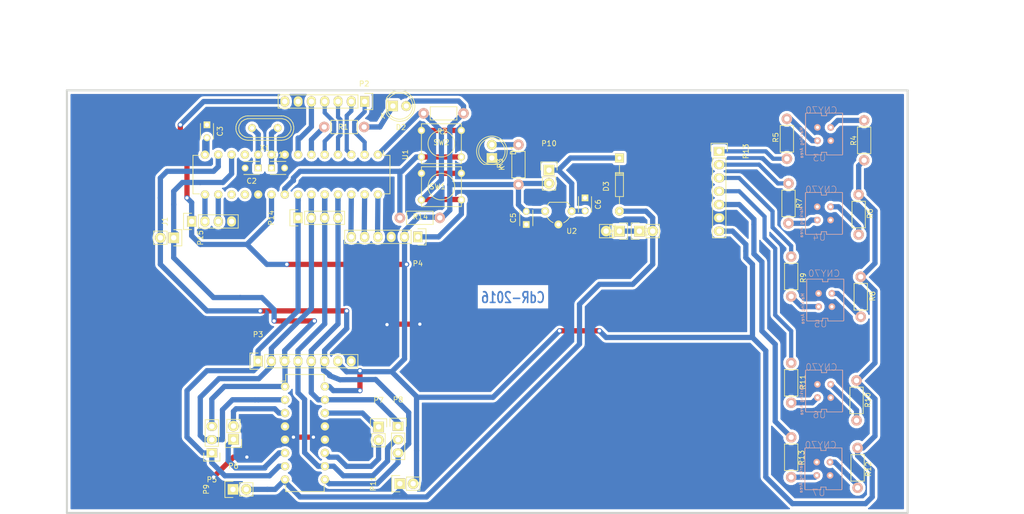
<source format=kicad_pcb>
(kicad_pcb (version 4) (host pcbnew 4.0.2-stable)
  (title_block (title Pinguino-Elelectrónlibre_) (date "6 jul 2011") (rev "6 Jun 2011") (company "Elelectrónlibre - www.elelectronlibre.wordpress.com"))
  (layers (0 Comp. signal) (31 Cobre signal) (34 B.Paste user hide) (35 F.Paste user) (36 B.SilkS user) (37 F.SilkS user) (38 B.Mask user) (39 F.Mask user) (44 Edge.Cuts user))
  (net 0 "")
  (net 1 "Net-(C1-Pad1)")
  (net 2 GND)
  (net 3 "Net-(C3-Pad2)")
  (net 4 VCC)
  (net 5 "Net-(C6-Pad2)")
  (net 6 "Net-(D1-Pad2)")
  (net 7 /run)
  (net 8 /driver_motores/E-1.2)
  (net 9 /driver_motores/1A)
  (net 10 "Net-(IC1-Pad3)")
  (net 11 "Net-(IC1-Pad6)")
  (net 12 /driver_motores/2A)
  (net 13 /driver_motores/E-3.4)
  (net 14 /driver_motores/3A)
  (net 15 "Net-(IC1-Pad11)")
  (net 16 "Net-(IC1-Pad14)")
  (net 17 /driver_motores/4A)
  (net 18 /r)
  (net 19 /7)
  (net 20 /6)
  (net 21 /5)
  (net 22 /sensores/sens0)
  (net 23 /sensores/sens1)
  (net 24 "Net-(C2-Pad1)")
  (net 25 /sensores/sens2)
  (net 26 /sensores/sens3)
  (net 27 /sensores/sens4)
  (net 28 "Net-(R4-Pad2)")
  (net 29 "Net-(R5-Pad2)")
  (net 30 "Net-(R6-Pad2)")
  (net 31 "Net-(R7-Pad2)")
  (net 32 "Net-(R8-Pad2)")
  (net 33 "Net-(R9-Pad2)")
  (net 34 "Net-(R10-Pad2)")
  (net 35 "Net-(R11-Pad2)")
  (net 36 "Net-(R12-Pad2)")
  (net 37 "Net-(R13-Pad2)")
  (net 38 /0)
  (net 39 "Net-(U1-Pad11)")
  (net 40 "Net-(U1-Pad17)")
  (net 41 "Net-(U1-Pad18)")
  (net 42 /D-)
  (net 43 /D+)
  (net 44 "Net-(D2-Pad1)")
  (net 45 VCC2)
  (net 46 "Net-(P1-Pad1)")
  (module Housings_DIP:DIP-16_W7.62mm (layer Comp.) (at 79.14 136.59)
    (fp_text reference IC1 (at 0 -5.22) (layer F.SilkS))
    (fp_text value L293D)
    (pad 1 thru_hole oval (at 0 0) (size 1.6 1.6) (drill 0.8) (layers *.Cu *.Mask F.SilkS) (net 8 /driver_motores/E-1.2))
    (pad 2 thru_hole oval (at 0 2.54) (size 1.6 1.6) (drill 0.8) (layers *.Cu *.Mask F.SilkS) (net 9 /driver_motores/1A))
    (pad 3 thru_hole oval (at 0 5.08) (size 1.6 1.6) (drill 0.8) (layers *.Cu *.Mask F.SilkS) (net 10 "Net-(IC1-Pad3)"))
    (pad 4 thru_hole oval (at 0 7.62) (size 1.6 1.6) (drill 0.8) (layers *.Cu *.Mask F.SilkS) (net 2 GND))
    (pad 5 thru_hole oval (at 0 10.16) (size 1.6 1.6) (drill 0.8) (layers *.Cu *.Mask F.SilkS) (net 2 GND))
    (pad 6 thru_hole oval (at 0 12.7) (size 1.6 1.6) (drill 0.8) (layers *.Cu *.Mask F.SilkS) (net 11 "Net-(IC1-Pad6)"))
    (pad 7 thru_hole oval (at 0 15.24) (size 1.6 1.6) (drill 0.8) (layers *.Cu *.Mask F.SilkS) (net 12 /driver_motores/2A))
    (pad 8 thru_hole oval (at 0 17.78) (size 1.6 1.6) (drill 0.8) (layers *.Cu *.Mask F.SilkS) (net 45 VCC2))
    (pad 9 thru_hole oval (at 7.62 17.78) (size 1.6 1.6) (drill 0.8) (layers *.Cu *.Mask F.SilkS) (net 13 /driver_motores/E-3.4))
    (pad 10 thru_hole oval (at 7.62 15.24) (size 1.6 1.6) (drill 0.8) (layers *.Cu *.Mask F.SilkS) (net 14 /driver_motores/3A))
    (pad 11 thru_hole oval (at 7.62 12.7) (size 1.6 1.6) (drill 0.8) (layers *.Cu *.Mask F.SilkS) (net 15 "Net-(IC1-Pad11)"))
    (pad 12 thru_hole oval (at 7.62 10.16) (size 1.6 1.6) (drill 0.8) (layers *.Cu *.Mask F.SilkS) (net 2 GND))
    (pad 13 thru_hole oval (at 7.62 7.62) (size 1.6 1.6) (drill 0.8) (layers *.Cu *.Mask F.SilkS) (net 2 GND))
    (pad 14 thru_hole oval (at 7.62 5.08) (size 1.6 1.6) (drill 0.8) (layers *.Cu *.Mask F.SilkS) (net 16 "Net-(IC1-Pad14)"))
    (pad 15 thru_hole oval (at 7.62 2.54) (size 1.6 1.6) (drill 0.8) (layers *.Cu *.Mask F.SilkS) (net 17 /driver_motores/4A))
    (pad 16 thru_hole oval (at 7.62 0) (size 1.6 1.6) (drill 0.8) (layers *.Cu *.Mask F.SilkS) (net 4 VCC))
  )
  (module Pin_Headers:Pin_Header_Straight_1x03 (layer Comp.) (at 65.17 149.29 180)
    (fp_text reference P5 (at 0 -5.1 180) (layer F.SilkS))
    (fp_text value 2A-1A-1.2E)
    (pad 1 thru_hole rect (at 0 0 180) (size 2.032 1.7272) (drill 1.016) (layers *.Cu *.Mask F.SilkS) (net 12 /driver_motores/2A))
    (pad 2 thru_hole oval (at 0 2.54 180) (size 2.032 1.7272) (drill 1.016) (layers *.Cu *.Mask F.SilkS) (net 9 /driver_motores/1A))
    (pad 3 thru_hole oval (at 0 5.08 180) (size 2.032 1.7272) (drill 1.016) (layers *.Cu *.Mask F.SilkS) (net 8 /driver_motores/E-1.2))
  )
  (module Pin_Headers:Pin_Header_Straight_1x02 (layer Comp.) (at 69.3 146.69 180)
    (fp_text reference P6 (at 0 -5.1 180) (layer F.SilkS))
    (fp_text value motor1)
    (pad 1 thru_hole rect (at 0 0 180) (size 2.032 2.032) (drill 1.016) (layers *.Cu *.Mask F.SilkS) (net 11 "Net-(IC1-Pad6)"))
    (pad 2 thru_hole oval (at 0 2.54 180) (size 2.032 2.032) (drill 1.016) (layers *.Cu *.Mask F.SilkS) (net 10 "Net-(IC1-Pad3)"))
  )
  (module Pin_Headers:Pin_Header_Straight_1x02 (layer Comp.) (at 97 144.31)
    (fp_text reference P7 (at 0 -5.1) (layer F.SilkS))
    (fp_text value motor2)
    (pad 1 thru_hole rect (at 0 0) (size 2.032 2.032) (drill 1.016) (layers *.Cu *.Mask F.SilkS) (net 16 "Net-(IC1-Pad14)"))
    (pad 2 thru_hole oval (at 0 2.54) (size 2.032 2.032) (drill 1.016) (layers *.Cu *.Mask F.SilkS) (net 15 "Net-(IC1-Pad11)"))
  )
  (module Pin_Headers:Pin_Header_Straight_1x03 (layer Comp.) (at 100.73 144.21)
    (fp_text reference P8 (at 0 -5.1) (layer F.SilkS))
    (fp_text value E3.4-3A-4A)
    (pad 1 thru_hole rect (at 0 0) (size 2.032 1.7272) (drill 1.016) (layers *.Cu *.Mask F.SilkS) (net 17 /driver_motores/4A))
    (pad 2 thru_hole oval (at 0 2.54) (size 2.032 1.7272) (drill 1.016) (layers *.Cu *.Mask F.SilkS) (net 14 /driver_motores/3A))
    (pad 3 thru_hole oval (at 0 5.08) (size 2.032 1.7272) (drill 1.016) (layers *.Cu *.Mask F.SilkS) (net 13 /driver_motores/E-3.4))
  )
  (module Pin_Headers:Pin_Header_Straight_1x02 (layer Comp.) (at 69.21 156.25 90)
    (fp_text reference P9 (at 0 -5.1 90) (layer F.SilkS))
    (fp_text value alimtacionMOTORES)
    (pad 1 thru_hole rect (at 0 0 90) (size 2.032 2.032) (drill 1.016) (layers *.Cu *.Mask F.SilkS) (net 2 GND))
    (pad 2 thru_hole oval (at 0 2.54 90) (size 2.032 2.032) (drill 1.016) (layers *.Cu *.Mask F.SilkS) (net 45 VCC2))
  )
  (module Pin_Headers:Pin_Header_Straight_1x02 (layer Comp.) (at 101.07 155.162 90)
    (fp_text reference P11 (at 0 -5.1 90) (layer F.SilkS))
    (fp_text value jp1)
    (pad 1 thru_hole rect (at 0 0 90) (size 2.032 2.032) (drill 1.016) (layers *.Cu *.Mask F.SilkS) (net 45 VCC2))
    (pad 2 thru_hole oval (at 0 2.54 90) (size 2.032 2.032) (drill 1.016) (layers *.Cu *.Mask F.SilkS) (net 4 VCC))
  )
  (module Socket_Strips:Socket_Strip_Straight_1x07 (layer Comp.) (at 94.343589 82.132151 180)
    (fp_text reference P2 (at 0.093589 3.382151 180) (layer F.SilkS))
    (fp_text value Pines_Sensores)
    (pad 1 thru_hole rect (at 0 0 180) (size 1.7272 2.032) (drill 1.016) (layers *.Cu *.Mask F.SilkS) (net 22 /sensores/sens0))
    (pad 2 thru_hole oval (at 2.54 0 180) (size 1.7272 2.032) (drill 1.016) (layers *.Cu *.Mask F.SilkS) (net 23 /sensores/sens1))
    (pad 3 thru_hole oval (at 5.08 0 180) (size 1.7272 2.032) (drill 1.016) (layers *.Cu *.Mask F.SilkS) (net 25 /sensores/sens2))
    (pad 4 thru_hole oval (at 7.62 0 180) (size 1.7272 2.032) (drill 1.016) (layers *.Cu *.Mask F.SilkS) (net 26 /sensores/sens3))
    (pad 5 thru_hole oval (at 10.16 0 180) (size 1.7272 2.032) (drill 1.016) (layers *.Cu *.Mask F.SilkS) (net 27 /sensores/sens4))
    (pad 6 thru_hole oval (at 12.7 0 180) (size 1.7272 2.032) (drill 1.016) (layers *.Cu *.Mask F.SilkS) (net 2 GND))
    (pad 7 thru_hole oval (at 15.24 0 180) (size 1.7272 2.032) (drill 1.016) (layers *.Cu *.Mask F.SilkS) (net 4 VCC))
  )
  (module Pin_Headers:Pin_Header_Straight_1x02 (layer Comp.) (at 129.54 95.25)
    (fp_text reference P10 (at 0 -5.1) (layer F.SilkS))
    (fp_text value BAT)
    (pad 1 thru_hole rect (at 0 0) (size 2.032 2.032) (drill 1.016) (layers *.Cu *.Mask F.SilkS) (net 5 "Net-(C6-Pad2)"))
    (pad 2 thru_hole oval (at 0 2.54) (size 2.032 2.032) (drill 1.016) (layers *.Cu *.Mask F.SilkS) (net 4 VCC))
  )
  (module Resistors_ThroughHole:Resistor_Horizontal_RM7mm (layer Comp.) (at 189.695 93.365 90)
    (fp_text reference R4 (at 3.76 -2.01 90) (layer F.SilkS))
    (fp_text value R)
    (pad 1 thru_hole circle (at 0 0 90) (size 1.99898 1.99898) (drill 1.00076) (layers *.Cu *.SilkS *.Mask) (net 4 VCC))
    (pad 2 thru_hole circle (at 7.62 0 90) (size 1.99898 1.99898) (drill 1.00076) (layers *.Cu *.SilkS *.Mask) (net 28 "Net-(R4-Pad2)"))
  )
  (module Resistors_ThroughHole:Resistor_Horizontal_RM7mm (layer Comp.) (at 174.95 93.07 90)
    (fp_text reference R5 (at 4.05892 -2.13 90) (layer F.SilkS))
    (fp_text value R)
    (pad 1 thru_hole circle (at 0 0 90) (size 1.99898 1.99898) (drill 1.00076) (layers *.Cu *.SilkS *.Mask) (net 22 /sensores/sens0))
    (pad 2 thru_hole circle (at 7.62 0 90) (size 1.99898 1.99898) (drill 1.00076) (layers *.Cu *.SilkS *.Mask) (net 29 "Net-(R5-Pad2)"))
  )
  (module Resistors_ThroughHole:Resistor_Horizontal_RM7mm (layer Comp.) (at 188.65 99.93 270)
    (fp_text reference R6 (at 3.63 -2.17 270) (layer F.SilkS))
    (fp_text value R)
    (pad 1 thru_hole circle (at 0 0 270) (size 1.99898 1.99898) (drill 1.00076) (layers *.Cu *.SilkS *.Mask) (net 4 VCC))
    (pad 2 thru_hole circle (at 7.62 0 270) (size 1.99898 1.99898) (drill 1.00076) (layers *.Cu *.SilkS *.Mask) (net 30 "Net-(R6-Pad2)"))
  )
  (module Resistors_ThroughHole:Resistor_Horizontal_RM7mm (layer Comp.) (at 175.26 97.79 270)
    (fp_text reference R7 (at 3.8 -2.05 270) (layer F.SilkS))
    (fp_text value R)
    (pad 1 thru_hole circle (at 0 0 270) (size 1.99898 1.99898) (drill 1.00076) (layers *.Cu *.SilkS *.Mask) (net 23 /sensores/sens1))
    (pad 2 thru_hole circle (at 7.62 0 270) (size 1.99898 1.99898) (drill 1.00076) (layers *.Cu *.SilkS *.Mask) (net 31 "Net-(R7-Pad2)"))
  )
  (module Resistors_ThroughHole:Resistor_Horizontal_RM7mm (layer Comp.) (at 189.05 115.63 270)
    (fp_text reference R8 (at 3.7 -2.24 270) (layer F.SilkS))
    (fp_text value R)
    (pad 1 thru_hole circle (at 0 0 270) (size 1.99898 1.99898) (drill 1.00076) (layers *.Cu *.SilkS *.Mask) (net 4 VCC))
    (pad 2 thru_hole circle (at 7.62 0 270) (size 1.99898 1.99898) (drill 1.00076) (layers *.Cu *.SilkS *.Mask) (net 32 "Net-(R8-Pad2)"))
  )
  (module Resistors_ThroughHole:Resistor_Horizontal_RM7mm (layer Comp.) (at 175.768 111.76 270)
    (fp_text reference R9 (at 4.05892 -2.3 270) (layer F.SilkS))
    (fp_text value R)
    (pad 1 thru_hole circle (at 0 0 270) (size 1.99898 1.99898) (drill 1.00076) (layers *.Cu *.SilkS *.Mask) (net 25 /sensores/sens2))
    (pad 2 thru_hole circle (at 7.62 0 270) (size 1.99898 1.99898) (drill 1.00076) (layers *.Cu *.SilkS *.Mask) (net 33 "Net-(R9-Pad2)"))
  )
  (module Resistors_ThroughHole:Resistor_Horizontal_RM7mm (layer Comp.) (at 188.25 135.45 270)
    (fp_text reference R10 (at 3.73 -2.15 270) (layer F.SilkS))
    (fp_text value R)
    (pad 1 thru_hole circle (at 0 0 270) (size 1.99898 1.99898) (drill 1.00076) (layers *.Cu *.SilkS *.Mask) (net 4 VCC))
    (pad 2 thru_hole circle (at 7.62 0 270) (size 1.99898 1.99898) (drill 1.00076) (layers *.Cu *.SilkS *.Mask) (net 34 "Net-(R10-Pad2)"))
  )
  (module Resistors_ThroughHole:Resistor_Horizontal_RM7mm (layer Comp.) (at 175.768 132.08 270)
    (fp_text reference R11 (at 3.67 -2.22 270) (layer F.SilkS))
    (fp_text value R)
    (pad 1 thru_hole circle (at 0 0 270) (size 1.99898 1.99898) (drill 1.00076) (layers *.Cu *.SilkS *.Mask) (net 26 /sensores/sens3))
    (pad 2 thru_hole circle (at 7.62 0 270) (size 1.99898 1.99898) (drill 1.00076) (layers *.Cu *.SilkS *.Mask) (net 35 "Net-(R11-Pad2)"))
  )
  (module Resistors_ThroughHole:Resistor_Horizontal_RM7mm (layer Comp.) (at 188.45 148.33 270)
    (fp_text reference R12 (at 4.05892 -2.05 270) (layer F.SilkS))
    (fp_text value R)
    (pad 1 thru_hole circle (at 0 0 270) (size 1.99898 1.99898) (drill 1.00076) (layers *.Cu *.SilkS *.Mask) (net 4 VCC))
    (pad 2 thru_hole circle (at 7.62 0 270) (size 1.99898 1.99898) (drill 1.00076) (layers *.Cu *.SilkS *.Mask) (net 36 "Net-(R12-Pad2)"))
  )
  (module Resistors_ThroughHole:Resistor_Horizontal_RM7mm (layer Comp.) (at 175.768 146.304 270)
    (fp_text reference R13 (at 3.9 -1.99 270) (layer F.SilkS))
    (fp_text value R)
    (pad 1 thru_hole circle (at 0 0 270) (size 1.99898 1.99898) (drill 1.00076) (layers *.Cu *.SilkS *.Mask) (net 27 /sensores/sens4))
    (pad 2 thru_hole circle (at 7.62 0 270) (size 1.99898 1.99898) (drill 1.00076) (layers *.Cu *.SilkS *.Mask) (net 37 "Net-(R13-Pad2)"))
  )
  (module Resistors_ThroughHole:Resistor_Horizontal_RM7mm (layer Comp.) (at 108.69 104.362 180)
    (fp_text reference R14 (at 3.7 0.2 180) (layer F.SilkS))
    (fp_text value R)
    (pad 1 thru_hole circle (at 0 0 180) (size 1.99898 1.99898) (drill 1.00076) (layers *.Cu *.SilkS *.Mask) (net 4 VCC))
    (pad 2 thru_hole circle (at 7.62 0 180) (size 1.99898 1.99898) (drill 1.00076) (layers *.Cu *.SilkS *.Mask) (net 38 /0))
  )
  (module Buttons_Switches_ThroughHole:SW_PUSH_SMALL (layer Comp.) (at 109 98.4)
    (fp_text reference SW1 (at -0.75 0) (layer F.SilkS))
    (fp_text value reset)
    (pad 1 thru_hole circle (at 3.81 -2.54) (size 1.397 1.397) (drill 0.8128) (layers *.Cu *.Mask F.SilkS) (net 2 GND))
    (pad 2 thru_hole circle (at 3.81 2.54) (size 1.397 1.397) (drill 0.8128) (layers *.Cu *.Mask F.SilkS) (net 18 /r))
    (pad 1 thru_hole circle (at -3.81 -2.54) (size 1.397 1.397) (drill 0.8128) (layers *.Cu *.Mask F.SilkS) (net 2 GND))
    (pad 2 thru_hole circle (at -3.81 2.54) (size 1.397 1.397) (drill 0.8128) (layers *.Cu *.Mask F.SilkS) (net 18 /r))
  )
  (module Buttons_Switches_ThroughHole:SW_PUSH_SMALL (layer Comp.) (at 108.99 90.2 180)
    (fp_text reference SW2 (at 0 0.25 180) (layer F.SilkS))
    (fp_text value int0)
    (pad 1 thru_hole circle (at 3.81 -2.54 180) (size 1.397 1.397) (drill 0.8128) (layers *.Cu *.Mask F.SilkS) (net 38 /0))
    (pad 2 thru_hole circle (at 3.81 2.54 180) (size 1.397 1.397) (drill 0.8128) (layers *.Cu *.Mask F.SilkS) (net 2 GND))
    (pad 1 thru_hole circle (at -3.81 -2.54 180) (size 1.397 1.397) (drill 0.8128) (layers *.Cu *.Mask F.SilkS) (net 38 /0))
    (pad 2 thru_hole circle (at -3.81 2.54 180) (size 1.397 1.397) (drill 0.8128) (layers *.Cu *.Mask F.SilkS) (net 2 GND))
  )
  (module propias:cny70-4 (layer Cobre) (at 182.05 88.35 180)
    (fp_text reference U3 (at 0.889 -4.55422 180) (layer B.SilkS) (effects (font (size 1.27 1.27) (thickness 0.0889)) (justify mirror)))
    (fp_text value CNY70 (at 0.508 4.55422 180) (layer B.SilkS) (effects (font (size 1.27 1.27) (thickness 0.0889)) (justify mirror)))
    (fp_text user "Marking Area" (at 4.30276 -1.65608 270) (layer B.SilkS) (effects (font (size 0.6096 0.6096) (thickness 0.0889)) (justify mirror)))
    (pad A thru_hole circle (at -1.27 1.27 180) (size 1.27 1.27) (drill 0.6096) (layers *.Cu B.Paste B.SilkS B.Mask) (net 28 "Net-(R4-Pad2)"))
    (pad C thru_hole circle (at 1.27 -1.27 180) (size 1.27 1.27) (drill 0.6096) (layers *.Cu B.Paste B.SilkS B.Mask) (net 29 "Net-(R5-Pad2)"))
    (pad E thru_hole circle (at 1.27 1.27 180) (size 1.27 1.27) (drill 0.6096) (layers *.Cu B.Paste B.SilkS B.Mask) (net 2 GND))
    (pad K thru_hole circle (at -1.27 -1.27 180) (size 1.27 1.27) (drill 0.6096) (layers *.Cu B.Paste B.SilkS B.Mask) (net 2 GND))
  )
  (module propias:cny70-4 (layer Cobre) (at 182.02 103.52 180)
    (fp_text reference U4 (at 0.889 -4.55422 180) (layer B.SilkS) (effects (font (size 1.27 1.27) (thickness 0.0889)) (justify mirror)))
    (fp_text value CNY70 (at 0.508 4.55422 180) (layer B.SilkS) (effects (font (size 1.27 1.27) (thickness 0.0889)) (justify mirror)))
    (fp_text user "Marking Area" (at 4.30276 -1.65608 270) (layer B.SilkS) (effects (font (size 0.6096 0.6096) (thickness 0.0889)) (justify mirror)))
    (pad A thru_hole circle (at -1.27 1.27 180) (size 1.27 1.27) (drill 0.6096) (layers *.Cu B.Paste B.SilkS B.Mask) (net 30 "Net-(R6-Pad2)"))
    (pad C thru_hole circle (at 1.27 -1.27 180) (size 1.27 1.27) (drill 0.6096) (layers *.Cu B.Paste B.SilkS B.Mask) (net 31 "Net-(R7-Pad2)"))
    (pad E thru_hole circle (at 1.27 1.27 180) (size 1.27 1.27) (drill 0.6096) (layers *.Cu B.Paste B.SilkS B.Mask) (net 2 GND))
    (pad K thru_hole circle (at -1.27 -1.27 180) (size 1.27 1.27) (drill 0.6096) (layers *.Cu B.Paste B.SilkS B.Mask) (net 2 GND))
  )
  (module propias:cny70-4 (layer Cobre) (at 182.27 120.07 180)
    (fp_text reference U5 (at 0.889 -4.55422 180) (layer B.SilkS) (effects (font (size 1.27 1.27) (thickness 0.0889)) (justify mirror)))
    (fp_text value CNY70 (at 0.22 5.08 180) (layer B.SilkS) (effects (font (size 1.27 1.27) (thickness 0.0889)) (justify mirror)))
    (fp_text user "Marking Area" (at 4.30276 -1.65608 270) (layer B.SilkS) (effects (font (size 0.6096 0.6096) (thickness 0.0889)) (justify mirror)))
    (pad A thru_hole circle (at -1.27 1.27 180) (size 1.27 1.27) (drill 0.6096) (layers *.Cu B.Paste B.SilkS B.Mask) (net 32 "Net-(R8-Pad2)"))
    (pad C thru_hole circle (at 1.27 -1.27 180) (size 1.27 1.27) (drill 0.6096) (layers *.Cu B.Paste B.SilkS B.Mask) (net 33 "Net-(R9-Pad2)"))
    (pad E thru_hole circle (at 1.27 1.27 180) (size 1.27 1.27) (drill 0.6096) (layers *.Cu B.Paste B.SilkS B.Mask) (net 2 GND))
    (pad K thru_hole circle (at -1.27 -1.27 180) (size 1.27 1.27) (drill 0.6096) (layers *.Cu B.Paste B.SilkS B.Mask) (net 2 GND))
  )
  (module propias:cny70-4 (layer Cobre) (at 182.05 137.45 180)
    (fp_text reference U6 (at 0.889 -4.55422 180) (layer B.SilkS) (effects (font (size 1.27 1.27) (thickness 0.0889)) (justify mirror)))
    (fp_text value CNY70 (at 0.508 4.55422 180) (layer B.SilkS) (effects (font (size 1.27 1.27) (thickness 0.0889)) (justify mirror)))
    (fp_text user "Marking Area" (at 4.30276 -1.65608 270) (layer B.SilkS) (effects (font (size 0.6096 0.6096) (thickness 0.0889)) (justify mirror)))
    (pad A thru_hole circle (at -1.27 1.27 180) (size 1.27 1.27) (drill 0.6096) (layers *.Cu B.Paste B.SilkS B.Mask) (net 34 "Net-(R10-Pad2)"))
    (pad C thru_hole circle (at 1.27 -1.27 180) (size 1.27 1.27) (drill 0.6096) (layers *.Cu B.Paste B.SilkS B.Mask) (net 35 "Net-(R11-Pad2)"))
    (pad E thru_hole circle (at 1.27 1.27 180) (size 1.27 1.27) (drill 0.6096) (layers *.Cu B.Paste B.SilkS B.Mask) (net 2 GND))
    (pad K thru_hole circle (at -1.27 -1.27 180) (size 1.27 1.27) (drill 0.6096) (layers *.Cu B.Paste B.SilkS B.Mask) (net 2 GND))
  )
  (module propias:cny70-4 (layer Cobre) (at 181.92 152.32 180)
    (fp_text reference U7 (at 0.889 -4.55422 180) (layer B.SilkS) (effects (font (size 1.27 1.27) (thickness 0.0889)) (justify mirror)))
    (fp_text value CNY70 (at 0.508 4.55422 180) (layer B.SilkS) (effects (font (size 1.27 1.27) (thickness 0.0889)) (justify mirror)))
    (fp_text user "Marking Area" (at 4.30276 -1.65608 270) (layer B.SilkS) (effects (font (size 0.6096 0.6096) (thickness 0.0889)) (justify mirror)))
    (pad A thru_hole circle (at -1.27 1.27 180) (size 1.27 1.27) (drill 0.6096) (layers *.Cu B.Paste B.SilkS B.Mask) (net 36 "Net-(R12-Pad2)"))
    (pad C thru_hole circle (at 1.27 -1.27 180) (size 1.27 1.27) (drill 0.6096) (layers *.Cu B.Paste B.SilkS B.Mask) (net 37 "Net-(R13-Pad2)"))
    (pad E thru_hole circle (at 1.27 1.27 180) (size 1.27 1.27) (drill 0.6096) (layers *.Cu B.Paste B.SilkS B.Mask) (net 2 GND))
    (pad K thru_hole circle (at -1.27 -1.27 180) (size 1.27 1.27) (drill 0.6096) (layers *.Cu B.Paste B.SilkS B.Mask) (net 2 GND))
  )
  (module LEDs:LED-5MM (layer Comp.) (at 118.63 92.93 90)
    (fp_text reference D1 (at 1.524 4.064 90) (layer F.SilkS))
    (fp_text value PWR)
    (fp_text user K (at -1.905 1.905 90) (layer F.SilkS))
    (pad 1 thru_hole rect (at 0 0 180) (size 2 1.9) (drill 1.00076) (layers *.Cu *.Mask F.SilkS) (net 2 GND))
    (pad 2 thru_hole circle (at 2.54 0 90) (size 1.9 1.9) (drill 1.00076) (layers *.Cu *.Mask F.SilkS) (net 6 "Net-(D1-Pad2)"))
  )
  (module LEDs:LED-5MM (layer Comp.) (at 99.75 83)
    (fp_text reference D2 (at 1.524 4.064) (layer F.SilkS))
    (fp_text value RUN)
    (fp_text user K (at -1.905 1.905) (layer F.SilkS))
    (pad 1 thru_hole rect (at 0 0 90) (size 2 1.9) (drill 1.00076) (layers *.Cu *.Mask F.SilkS) (net 44 "Net-(D2-Pad1)"))
    (pad 2 thru_hole circle (at 2.54 0) (size 1.9 1.9) (drill 1.00076) (layers *.Cu *.Mask F.SilkS) (net 4 VCC))
  )
  (module Pin_Headers:Pin_Header_Straight_1x02 (layer Comp.) (at 142.98 106.902 270)
    (fp_text reference P1 (at 0 -5.1 270) (layer F.SilkS))
    (fp_text value Alimentacion)
    (pad 1 thru_hole rect (at 0 0 270) (size 2.032 2.032) (drill 1.016) (layers *.Cu *.Mask F.SilkS) (net 46 "Net-(P1-Pad1)"))
    (pad 2 thru_hole oval (at 0 2.54 270) (size 2.032 2.032) (drill 1.016) (layers *.Cu *.Mask F.SilkS) (net 2 GND))
  )
  (module Socket_Strips:Socket_Strip_Straight_1x08 (layer Comp.) (at 74 131.75)
    (fp_text reference P3 (at 0 -5.1) (layer F.SilkS))
    (fp_text value "Pines_ Driver_M")
    (pad 1 thru_hole rect (at 0 0) (size 1.7272 2.032) (drill 1.016) (layers *.Cu *.Mask F.SilkS) (net 12 /driver_motores/2A))
    (pad 2 thru_hole oval (at 2.54 0) (size 1.7272 2.032) (drill 1.016) (layers *.Cu *.Mask F.SilkS) (net 9 /driver_motores/1A))
    (pad 3 thru_hole oval (at 5.08 0) (size 1.7272 2.032) (drill 1.016) (layers *.Cu *.Mask F.SilkS) (net 8 /driver_motores/E-1.2))
    (pad 4 thru_hole oval (at 7.62 0) (size 1.7272 2.032) (drill 1.016) (layers *.Cu *.Mask F.SilkS) (net 14 /driver_motores/3A))
    (pad 5 thru_hole oval (at 10.16 0) (size 1.7272 2.032) (drill 1.016) (layers *.Cu *.Mask F.SilkS) (net 17 /driver_motores/4A))
    (pad 6 thru_hole oval (at 12.7 0) (size 1.7272 2.032) (drill 1.016) (layers *.Cu *.Mask F.SilkS) (net 13 /driver_motores/E-3.4))
    (pad 7 thru_hole oval (at 15.24 0) (size 1.7272 2.032) (drill 1.016) (layers *.Cu *.Mask F.SilkS) (net 4 VCC))
    (pad 8 thru_hole oval (at 17.78 0) (size 1.7272 2.032) (drill 1.016) (layers *.Cu *.Mask F.SilkS) (net 2 GND))
  )
  (module Socket_Strips:Socket_Strip_Straight_1x06 (layer Comp.) (at 104.5 108 180)
    (fp_text reference P4 (at 0 -5.1 180) (layer F.SilkS))
    (fp_text value pickit)
    (pad 1 thru_hole rect (at 0 0 180) (size 1.7272 2.032) (drill 1.016) (layers *.Cu *.Mask F.SilkS) (net 18 /r))
    (pad 2 thru_hole oval (at 2.54 0 180) (size 1.7272 2.032) (drill 1.016) (layers *.Cu *.Mask F.SilkS) (net 4 VCC))
    (pad 3 thru_hole oval (at 5.08 0 180) (size 1.7272 2.032) (drill 1.016) (layers *.Cu *.Mask F.SilkS) (net 2 GND))
    (pad 4 thru_hole oval (at 7.62 0 180) (size 1.7272 2.032) (drill 1.016) (layers *.Cu *.Mask F.SilkS) (net 19 /7))
    (pad 5 thru_hole oval (at 10.16 0 180) (size 1.7272 2.032) (drill 1.016) (layers *.Cu *.Mask F.SilkS) (net 20 /6))
    (pad 6 thru_hole oval (at 12.7 0 180) (size 1.7272 2.032) (drill 1.016) (layers *.Cu *.Mask F.SilkS) (net 21 /5))
  )
  (module Resistors_ThroughHole:Resistor_Horizontal_RM7mm (layer Comp.) (at 94.25 87 180)
    (fp_text reference R1 (at 4 0 180) (layer F.SilkS))
    (fp_text value 470)
    (pad 1 thru_hole circle (at 0 0 180) (size 1.99898 1.99898) (drill 1.00076) (layers *.Cu *.SilkS *.Mask) (net 44 "Net-(D2-Pad1)"))
    (pad 2 thru_hole circle (at 7.62 0 180) (size 1.99898 1.99898) (drill 1.00076) (layers *.Cu *.SilkS *.Mask) (net 7 /run))
  )
  (module Resistors_ThroughHole:Resistor_Horizontal_RM7mm (layer Comp.) (at 113.22 84.4 180)
    (fp_text reference R2 (at 4.05892 -3.50012 180) (layer F.SilkS))
    (fp_text value 10K)
    (pad 1 thru_hole circle (at 0 0 180) (size 1.99898 1.99898) (drill 1.00076) (layers *.Cu *.SilkS *.Mask) (net 4 VCC))
    (pad 2 thru_hole circle (at 7.62 0 180) (size 1.99898 1.99898) (drill 1.00076) (layers *.Cu *.SilkS *.Mask) (net 18 /r))
  )
  (module Resistors_ThroughHole:Resistor_Horizontal_RM7mm (layer Comp.) (at 123.71 98.01 90)
    (fp_text reference R3 (at 4.05892 -3.50012 90) (layer F.SilkS))
    (fp_text value R)
    (pad 1 thru_hole circle (at 0 0 90) (size 1.99898 1.99898) (drill 1.00076) (layers *.Cu *.SilkS *.Mask) (net 4 VCC))
    (pad 2 thru_hole circle (at 7.62 0 90) (size 1.99898 1.99898) (drill 1.00076) (layers *.Cu *.SilkS *.Mask) (net 6 "Net-(D1-Pad2)"))
  )
  (module Housings_DIP:DIP-28_W7.62mm (layer Comp.) (at 96.883589 92.292151 270)
    (fp_text reference U1 (at 0 -5.22 270) (layer F.SilkS))
    (fp_text value PIC18F2550)
    (pad 1 thru_hole oval (at 0 0 270) (size 1.6 1.6) (drill 0.8) (layers *.Cu *.Mask F.SilkS) (net 18 /r))
    (pad 2 thru_hole oval (at 0 2.54 270) (size 1.6 1.6) (drill 0.8) (layers *.Cu *.Mask F.SilkS) (net 22 /sensores/sens0))
    (pad 3 thru_hole oval (at 0 5.08 270) (size 1.6 1.6) (drill 0.8) (layers *.Cu *.Mask F.SilkS) (net 23 /sensores/sens1))
    (pad 4 thru_hole oval (at 0 7.62 270) (size 1.6 1.6) (drill 0.8) (layers *.Cu *.Mask F.SilkS) (net 25 /sensores/sens2))
    (pad 5 thru_hole oval (at 0 10.16 270) (size 1.6 1.6) (drill 0.8) (layers *.Cu *.Mask F.SilkS) (net 26 /sensores/sens3))
    (pad 6 thru_hole oval (at 0 12.7 270) (size 1.6 1.6) (drill 0.8) (layers *.Cu *.Mask F.SilkS) (net 7 /run))
    (pad 7 thru_hole oval (at 0 15.24 270) (size 1.6 1.6) (drill 0.8) (layers *.Cu *.Mask F.SilkS) (net 27 /sensores/sens4))
    (pad 8 thru_hole oval (at 0 17.78 270) (size 1.6 1.6) (drill 0.8) (layers *.Cu *.Mask F.SilkS) (net 2 GND))
    (pad 9 thru_hole oval (at 0 20.32 270) (size 1.6 1.6) (drill 0.8) (layers *.Cu *.Mask F.SilkS) (net 1 "Net-(C1-Pad1)"))
    (pad 10 thru_hole oval (at 0 22.86 270) (size 1.6 1.6) (drill 0.8) (layers *.Cu *.Mask F.SilkS) (net 24 "Net-(C2-Pad1)"))
    (pad 11 thru_hole oval (at 0 25.4 270) (size 1.6 1.6) (drill 0.8) (layers *.Cu *.Mask F.SilkS) (net 39 "Net-(U1-Pad11)"))
    (pad 12 thru_hole oval (at 0 27.94 270) (size 1.6 1.6) (drill 0.8) (layers *.Cu *.Mask F.SilkS) (net 8 /driver_motores/E-1.2))
    (pad 13 thru_hole oval (at 0 30.48 270) (size 1.6 1.6) (drill 0.8) (layers *.Cu *.Mask F.SilkS) (net 13 /driver_motores/E-3.4))
    (pad 14 thru_hole oval (at 0 33.02 270) (size 1.6 1.6) (drill 0.8) (layers *.Cu *.Mask F.SilkS) (net 3 "Net-(C3-Pad2)"))
    (pad 15 thru_hole oval (at 7.62 33.02 270) (size 1.6 1.6) (drill 0.8) (layers *.Cu *.Mask F.SilkS) (net 42 /D-))
    (pad 16 thru_hole oval (at 7.62 30.48 270) (size 1.6 1.6) (drill 0.8) (layers *.Cu *.Mask F.SilkS) (net 43 /D+))
    (pad 17 thru_hole oval (at 7.62 27.94 270) (size 1.6 1.6) (drill 0.8) (layers *.Cu *.Mask F.SilkS) (net 40 "Net-(U1-Pad17)"))
    (pad 18 thru_hole oval (at 7.62 25.4 270) (size 1.6 1.6) (drill 0.8) (layers *.Cu *.Mask F.SilkS) (net 41 "Net-(U1-Pad18)"))
    (pad 19 thru_hole oval (at 7.62 22.86 270) (size 1.6 1.6) (drill 0.8) (layers *.Cu *.Mask F.SilkS) (net 2 GND))
    (pad 20 thru_hole oval (at 7.62 20.32 270) (size 1.6 1.6) (drill 0.8) (layers *.Cu *.Mask F.SilkS) (net 4 VCC))
    (pad 21 thru_hole oval (at 7.62 17.78 270) (size 1.6 1.6) (drill 0.8) (layers *.Cu *.Mask F.SilkS) (net 38 /0))
    (pad 22 thru_hole oval (at 7.62 15.24 270) (size 1.6 1.6) (drill 0.8) (layers *.Cu *.Mask F.SilkS) (net 12 /driver_motores/2A))
    (pad 23 thru_hole oval (at 7.62 12.7 270) (size 1.6 1.6) (drill 0.8) (layers *.Cu *.Mask F.SilkS) (net 9 /driver_motores/1A))
    (pad 24 thru_hole oval (at 7.62 10.16 270) (size 1.6 1.6) (drill 0.8) (layers *.Cu *.Mask F.SilkS) (net 14 /driver_motores/3A))
    (pad 25 thru_hole oval (at 7.62 7.62 270) (size 1.6 1.6) (drill 0.8) (layers *.Cu *.Mask F.SilkS) (net 17 /driver_motores/4A))
    (pad 26 thru_hole oval (at 7.62 5.08 270) (size 1.6 1.6) (drill 0.8) (layers *.Cu *.Mask F.SilkS) (net 21 /5))
    (pad 27 thru_hole oval (at 7.62 2.54 270) (size 1.6 1.6) (drill 0.8) (layers *.Cu *.Mask F.SilkS) (net 20 /6))
    (pad 28 thru_hole oval (at 7.62 0 270) (size 1.6 1.6) (drill 0.8) (layers *.Cu *.Mask F.SilkS) (net 19 /7))
  )
  (module TO_SOT_Packages_THT:TO-92_Molded_Wide (layer Comp.) (at 133.87 103.09 180)
    (fp_text reference U2 (at 0 -3.81 360) (layer F.SilkS))
    (fp_text value 7805)
    (pad 2 thru_hole circle (at 2.54 -2.54 270) (size 1.524 1.524) (drill 0.8) (layers *.Cu *.Mask F.SilkS) (net 2 GND))
    (pad 3 thru_hole circle (at 5.08 0 270) (size 1.524 1.524) (drill 0.8) (layers *.Cu *.Mask F.SilkS) (net 4 VCC))
    (pad 1 thru_hole circle (at 0 0 270) (size 1.524 1.524) (drill 0.8) (layers *.Cu *.Mask F.SilkS) (net 5 "Net-(C6-Pad2)"))
  )
  (module Crystals:Crystal_HC49-U_Vertical (layer Comp.) (at 75.293589 87.212151 180)
    (fp_text reference X1 (at 0 -3.81 180) (layer F.SilkS))
    (fp_text value CRYSTAL)
    (pad 1 thru_hole circle (at -2.44094 0 180) (size 1.50114 1.50114) (drill 0.8001) (layers *.Cu *.Mask F.SilkS) (net 1 "Net-(C1-Pad1)"))
    (pad 2 thru_hole circle (at 2.44094 0 180) (size 1.50114 1.50114) (drill 0.8001) (layers *.Cu *.Mask F.SilkS) (net 24 "Net-(C2-Pad1)"))
  )
  (module Pin_Headers:Pin_Header_Straight_1x02 (layer Comp.) (at 146.79 106.902 90)
    (fp_text reference P12 (at 0 -5.1 90) (layer F.SilkS))
    (fp_text value PWRSW)
    (pad 1 thru_hole rect (at 0 0 90) (size 2.032 2.032) (drill 1.016) (layers *.Cu *.Mask F.SilkS) (net 46 "Net-(P1-Pad1)"))
    (pad 2 thru_hole oval (at 0 2.54 90) (size 2.032 2.032) (drill 1.016) (layers *.Cu *.Mask F.SilkS) (net 45 VCC2))
  )
  (module Capacitors_ThroughHole:C_Disc_D3_P2.5 (layer Comp.) (at 125.2 105.632 90)
    (fp_text reference C5 (at 1.25 -2.5 90) (layer F.SilkS))
    (fp_text value C-reg)
    (pad 1 thru_hole rect (at 0 0 90) (size 1.3 1.3) (drill 0.8) (layers *.Cu *.Mask F.SilkS) (net 2 GND))
    (pad 2 thru_hole circle (at 2.5 0 90) (size 1.3 1.3) (drill 0.8001) (layers *.Cu *.Mask F.SilkS) (net 4 VCC))
  )
  (module Pin_Headers:Pin_Header_Straight_1x04 (layer Comp.) (at 61.32 105.05 90)
    (fp_text reference J1 (at 0 -5.1 90) (layer F.SilkS))
    (fp_text value USB)
    (pad 1 thru_hole rect (at 0 0 90) (size 2.032 1.7272) (drill 1.016) (layers *.Cu *.Mask F.SilkS) (net 4 VCC))
    (pad 2 thru_hole oval (at 0 2.54 90) (size 2.032 1.7272) (drill 1.016) (layers *.Cu *.Mask F.SilkS) (net 42 /D-))
    (pad 3 thru_hole oval (at 0 5.08 90) (size 2.032 1.7272) (drill 1.016) (layers *.Cu *.Mask F.SilkS) (net 43 /D+))
    (pad 4 thru_hole oval (at 0 7.62 90) (size 2.032 1.7272) (drill 1.016) (layers *.Cu *.Mask F.SilkS) (net 2 GND))
  )
  (module Capacitors_ThroughHole:C_Disc_D3_P2.5 (layer Comp.) (at 136.41 100.55 270)
    (fp_text reference C6 (at 1.25 -2.5 270) (layer F.SilkS))
    (fp_text value C-reg)
    (pad 1 thru_hole rect (at 0 0 270) (size 1.3 1.3) (drill 0.8) (layers *.Cu *.Mask F.SilkS) (net 2 GND))
    (pad 2 thru_hole circle (at 2.5 0 270) (size 1.3 1.3) (drill 0.8001) (layers *.Cu *.Mask F.SilkS) (net 5 "Net-(C6-Pad2)"))
  )
  (module Capacitors_ThroughHole:C_Disc_D3_P2.5 (layer Comp.) (at 76.563589 94.832151)
    (fp_text reference C1 (at 1.25 -2.5) (layer F.SilkS))
    (fp_text value C-crsital)
    (pad 1 thru_hole rect (at 0 0) (size 1.3 1.3) (drill 0.8) (layers *.Cu *.Mask F.SilkS) (net 1 "Net-(C1-Pad1)"))
    (pad 2 thru_hole circle (at 2.5 0) (size 1.3 1.3) (drill 0.8001) (layers *.Cu *.Mask F.SilkS) (net 2 GND))
  )
  (module Capacitors_ThroughHole:C_Disc_D3_P2.5 (layer Comp.) (at 74.023589 94.832151 180)
    (fp_text reference C2 (at 1.25 -2.5 180) (layer F.SilkS))
    (fp_text value C-cristal)
    (pad 1 thru_hole rect (at 0 0 180) (size 1.3 1.3) (drill 0.8) (layers *.Cu *.Mask F.SilkS) (net 24 "Net-(C2-Pad1)"))
    (pad 2 thru_hole circle (at 2.5 0 180) (size 1.3 1.3) (drill 0.8001) (layers *.Cu *.Mask F.SilkS) (net 2 GND))
  )
  (module Capacitors_ThroughHole:C_Disc_D3_P2.5 (layer Comp.) (at 64.24 86.582 270)
    (fp_text reference C3 (at 1.25 -2.5 270) (layer F.SilkS))
    (fp_text value C)
    (pad 1 thru_hole rect (at 0 0 270) (size 1.3 1.3) (drill 0.8) (layers *.Cu *.Mask F.SilkS) (net 2 GND))
    (pad 2 thru_hole circle (at 2.5 0 270) (size 1.3 1.3) (drill 0.8001) (layers *.Cu *.Mask F.SilkS) (net 3 "Net-(C3-Pad2)"))
  )
  (module Diodes_ThroughHole:Diode_DO-35_SOD27_Horizontal_RM10 (layer Comp.) (at 142.98 92.932 270)
    (fp_text reference D3 (at 5.43052 2.53746 270) (layer F.SilkS))
    (fp_text value D_Small)
    (pad 2 thru_hole circle (at 10.16052 -0.00254 90) (size 1.69926 1.69926) (drill 0.70104) (layers *.Cu *.Mask F.SilkS) (net 45 VCC2))
    (pad 1 thru_hole rect (at 0.00052 -0.00254 90) (size 1.69926 1.69926) (drill 0.70104) (layers *.Cu *.Mask F.SilkS) (net 5 "Net-(C6-Pad2)"))
  )
  (module Socket_Strips:Socket_Strip_Straight_1x07 (layer Comp.) (at 162.03 91.662 270)
    (fp_text reference P13 (at 0 -5.1 270) (layer F.SilkS))
    (fp_text value Pines_Sensores)
    (pad 1 thru_hole rect (at 0 0 270) (size 1.7272 2.032) (drill 1.016) (layers *.Cu *.Mask F.SilkS) (net 22 /sensores/sens0))
    (pad 2 thru_hole oval (at 2.54 0 270) (size 1.7272 2.032) (drill 1.016) (layers *.Cu *.Mask F.SilkS) (net 23 /sensores/sens1))
    (pad 3 thru_hole oval (at 5.08 0 270) (size 1.7272 2.032) (drill 1.016) (layers *.Cu *.Mask F.SilkS) (net 25 /sensores/sens2))
    (pad 4 thru_hole oval (at 7.62 0 270) (size 1.7272 2.032) (drill 1.016) (layers *.Cu *.Mask F.SilkS) (net 26 /sensores/sens3))
    (pad 5 thru_hole oval (at 10.16 0 270) (size 1.7272 2.032) (drill 1.016) (layers *.Cu *.Mask F.SilkS) (net 27 /sensores/sens4))
    (pad 6 thru_hole oval (at 12.7 0 270) (size 1.7272 2.032) (drill 1.016) (layers *.Cu *.Mask F.SilkS) (net 2 GND))
    (pad 7 thru_hole oval (at 15.24 0 270) (size 1.7272 2.032) (drill 1.016) (layers *.Cu *.Mask F.SilkS) (net 4 VCC))
  )
  (module Pin_Headers:Pin_Header_Straight_1x04 (layer Comp.) (at 81.62 104.362 90)
    (fp_text reference P14 (at 0 -5.1 90) (layer F.SilkS))
    (fp_text value Ctrl_Dir)
    (pad 1 thru_hole rect (at 0 0 90) (size 2.032 1.7272) (drill 1.016) (layers *.Cu *.Mask F.SilkS) (net 12 /driver_motores/2A))
    (pad 2 thru_hole oval (at 0 2.54 90) (size 2.032 1.7272) (drill 1.016) (layers *.Cu *.Mask F.SilkS) (net 9 /driver_motores/1A))
    (pad 3 thru_hole oval (at 0 5.08 90) (size 2.032 1.7272) (drill 1.016) (layers *.Cu *.Mask F.SilkS) (net 14 /driver_motores/3A))
    (pad 4 thru_hole oval (at 0 7.62 90) (size 2.032 1.7272) (drill 1.016) (layers *.Cu *.Mask F.SilkS) (net 17 /driver_motores/4A))
  )
  (module Pin_Headers:Pin_Header_Straight_1x02 (layer Comp.) (at 57.89 108.172 270)
    (fp_text reference P15 (at 0 -5.1 270) (layer F.SilkS))
    (fp_text value PWM)
    (pad 1 thru_hole rect (at 0 0 270) (size 2.032 2.032) (drill 1.016) (layers *.Cu *.Mask F.SilkS) (net 8 /driver_motores/E-1.2))
    (pad 2 thru_hole oval (at 0 2.54 270) (size 2.032 2.032) (drill 1.016) (layers *.Cu *.Mask F.SilkS) (net 13 /driver_motores/E-3.4))
  )
  (gr_text CdR-2016 (at 122.66 119.602) (layer Cobre) (effects (font (size 2.032 1.524) (thickness 0.3048)) (justify mirror)))
  (gr_line (start 37.5 80) (end 37.5 80) (layer Edge.Cuts) (width 0.381))
  (gr_line (start 198 80) (end 37.5 80) (layer Edge.Cuts) (width 0.381))
  (gr_line (start 198 160.75) (end 198 80) (layer Edge.Cuts) (width 0.381))
  (gr_line (start 37.5 160.75) (end 198 160.75) (layer Edge.Cuts) (width 0.381))
  (gr_line (start 37.5 80) (end 37.5 160.75) (layer Edge.Cuts) (width 0.381))
  (segment (start 76.78728 87.96272) (end 76.563589 88.186411) (width 1) (layer Cobre) (net 1))
  (segment (start 76.563589 88.186411) (end 76.563589 92.292151) (width 1) (layer Cobre) (net 1))
  (segment (start 77.734529 87.212151) (end 76.98396 87.96272) (width 1) (layer Cobre) (net 1))
  (segment (start 76.98396 87.96272) (end 76.78728 87.96272) (width 1) (layer Cobre) (net 1))
  (segment (start 76.563589 94.832151) (end 76.563589 92.292151) (width 1) (layer Cobre) (net 1))
  (segment (start 118.63 92.93) (end 126.472 92.93) (width 1) (layer Cobre) (net 2))
  (segment (start 136.63 82.772) (end 163.3 82.772) (width 1) (layer Cobre) (net 2))
  (segment (start 126.472 92.93) (end 136.63 82.772) (width 1) (layer Cobre) (net 2))
  (segment (start 180.78 87.08) (end 180.308 87.08) (width 1) (layer Cobre) (net 2))
  (segment (start 180.308 87.08) (end 176 82.772) (width 1) (layer Cobre) (net 2))
  (segment (start 176 82.772) (end 163.3 82.772) (width 1) (layer Cobre) (net 2))
  (segment (start 159.49 86.582) (end 159.49 104.362) (width 1) (layer Cobre) (net 2))
  (segment (start 163.3 82.772) (end 159.49 86.582) (width 1) (layer Cobre) (net 2))
  (segment (start 136.41 100.55) (end 150.598 100.55) (width 1) (layer Cobre) (net 2))
  (segment (start 154.41 104.362) (end 159.49 104.362) (width 1) (layer Cobre) (net 2))
  (segment (start 159.49 104.362) (end 162.03 104.362) (width 1) (layer Cobre) (net 2))
  (segment (start 150.598 100.55) (end 154.41 104.362) (width 1) (layer Cobre) (net 2))
  (segment (start 61.323589 88.228411) (end 58.783589 88.228411) (width 1) (layer Cobre) (net 2))
  (segment (start 58.783589 88.228411) (end 56.62 90.392) (width 1) (layer Cobre) (net 2))
  (segment (start 64.875 154.527) (end 50.27 139.922) (width 1) (layer Cobre) (net 2))
  (segment (start 50.27 96.742) (end 56.62 90.392) (width 1) (layer Cobre) (net 2))
  (segment (start 50.27 139.922) (end 50.27 96.742) (width 1) (layer Cobre) (net 2))
  (segment (start 62.97 86.582) (end 64.24 86.582) (width 1) (layer Cobre) (net 2))
  (segment (start 61.323589 88.228411) (end 62.97 86.582) (width 1) (layer Cobre) (net 2))
  (segment (start 79.103589 92.292151) (end 79.103589 89.498411) (width 1) (layer Cobre) (net 2))
  (segment (start 81.643589 86.958411) (end 81.643589 82.132151) (width 1) (layer Cobre) (net 2))
  (segment (start 79.103589 89.498411) (end 81.643589 86.958411) (width 1) (layer Cobre) (net 2))
  (segment (start 136.41 100.55) (end 137.898 100.55) (width 1) (layer Cobre) (net 2))
  (segment (start 140.44 103.092) (end 140.44 106.902) (width 1) (layer Cobre) (net 2))
  (segment (start 137.898 100.55) (end 140.44 103.092) (width 1) (layer Cobre) (net 2))
  (segment (start 140.44 106.902) (end 135.36 106.902) (width 1) (layer Cobre) (net 2))
  (segment (start 135.36 106.902) (end 134.09 108.172) (width 1) (layer Cobre) (net 2))
  (via (at 98.6128 124.7648) (size 0.889) (drill 0.635) (layers Comp. Cobre) (net 2))
  (via (at 104.88 124.682) (size 0.889) (drill 0.635) (layers Comp. Cobre) (net 2))
  (segment (start 104.88 124.682) (end 98.6956 124.682) (width 1) (layer Comp.) (net 2))
  (segment (start 98.6956 124.682) (end 98.6128 124.7648) (width 1) (layer Comp.) (net 2))
  (segment (start 64.875 154.527) (end 65.51 153.892) (width 1) (layer Cobre) (net 2))
  (segment (start 75.192 146.75) (end 79.14 146.75) (width 1) (layer Cobre) (net 2))
  (segment (start 71.86 150.082) (end 75.192 146.75) (width 1) (layer Cobre) (net 2))
  (via (at 71.86 150.082) (size 0.889) (drill 0.635) (layers Comp. Cobre) (net 2))
  (segment (start 69.32 150.082) (end 71.86 150.082) (width 1) (layer Comp.) (net 2))
  (segment (start 65.51 153.892) (end 69.32 150.082) (width 1) (layer Comp.) (net 2))
  (via (at 65.51 153.892) (size 0.889) (drill 0.635) (layers Comp. Cobre) (net 2))
  (segment (start 79.14 146.75) (end 80.272 146.75) (width 1) (layer Cobre) (net 2))
  (segment (start 80.272 146.75) (end 80.75 146.272) (width 1) (layer Cobre) (net 2))
  (via (at 80.75 146.272) (size 0.889) (drill 0.635) (layers Comp. Cobre) (net 2))
  (segment (start 80.75 146.272) (end 84.56 146.272) (width 1) (layer Comp.) (net 2))
  (via (at 84.56 146.272) (size 0.889) (drill 0.635) (layers Comp. Cobre) (net 2))
  (segment (start 84.56 146.272) (end 85.038 146.75) (width 1) (layer Cobre) (net 2))
  (segment (start 85.038 146.75) (end 86.76 146.75) (width 1) (layer Cobre) (net 2))
  (segment (start 69.21 156.25) (end 66.598 156.25) (width 1) (layer Cobre) (net 2))
  (segment (start 66.598 156.25) (end 64.875 154.527) (width 1) (layer Cobre) (net 2))
  (segment (start 105.072 87.66) (end 105.18 87.66) (width 1) (layer Cobre) (net 2))
  (segment (start 71.523589 94.832151) (end 71.523589 95.135589) (width 1) (layer Cobre) (net 2))
  (segment (start 71.523589 95.135589) (end 74.023589 97.635589) (width 1) (layer Cobre) (net 2))
  (segment (start 74.023589 97.635589) (end 74.023589 99.912151) (width 1) (layer Cobre) (net 2))
  (segment (start 74.023589 99.912151) (end 74.023589 100.928411) (width 1) (layer Cobre) (net 2))
  (segment (start 86.76 146.75) (end 86.76 144.21) (width 1) (layer Cobre) (net 2))
  (segment (start 79.14 144.21) (end 79.14 146.75) (width 1) (layer Cobre) (net 2))
  (segment (start 131.33 105.63) (end 131.33 108.172) (width 1) (layer Cobre) (net 2))
  (segment (start 131.33 108.172) (end 131.55 108.172) (width 1) (layer Cobre) (net 2))
  (segment (start 125.2 105.632) (end 127.74 108.172) (width 1) (layer Cobre) (net 2))
  (segment (start 127.74 108.172) (end 131.55 108.172) (width 1) (layer Cobre) (net 2))
  (segment (start 131.55 108.172) (end 134.09 108.172) (width 1) (layer Cobre) (net 2))
  (segment (start 112.81 95.86) (end 115.7 95.86) (width 1) (layer Cobre) (net 2))
  (segment (start 115.7 95.86) (end 118.63 92.93) (width 1) (layer Cobre) (net 2))
  (segment (start 180.65 151.05) (end 180.65 148.28) (width 1) (layer Cobre) (net 2))
  (segment (start 183.32 145.61) (end 183.32 138.72) (width 1) (layer Cobre) (net 2))
  (segment (start 180.65 148.28) (end 183.32 145.61) (width 1) (layer Cobre) (net 2))
  (segment (start 180.78 136.18) (end 180.78 132.91) (width 1) (layer Cobre) (net 2))
  (segment (start 183.54 130.15) (end 183.54 121.34) (width 1) (layer Cobre) (net 2))
  (segment (start 180.78 132.91) (end 183.54 130.15) (width 1) (layer Cobre) (net 2))
  (segment (start 181 118.8) (end 181 113.64) (width 1) (layer Cobre) (net 2))
  (segment (start 183.29 111.35) (end 183.29 104.79) (width 1) (layer Cobre) (net 2))
  (segment (start 181 113.64) (end 183.29 111.35) (width 1) (layer Cobre) (net 2))
  (segment (start 183.32 89.62) (end 183.32 94.202) (width 1) (layer Cobre) (net 2))
  (segment (start 183.32 94.202) (end 183.32 96.08) (width 1) (layer Cobre) (net 2))
  (segment (start 183.32 96.08) (end 180.75 98.65) (width 1) (layer Cobre) (net 2))
  (segment (start 180.75 98.65) (end 180.75 102.25) (width 1) (layer Cobre) (net 2))
  (segment (start 79.103589 92.292151) (end 79.103589 94.792151) (width 1) (layer Cobre) (net 2))
  (segment (start 79.103589 94.792151) (end 79.063589 94.832151) (width 1) (layer Cobre) (net 2))
  (segment (start 183.19 153.59) (end 180.65 151.05) (width 1) (layer Cobre) (net 2))
  (segment (start 183.32 138.72) (end 180.78 136.18) (width 1) (layer Cobre) (net 2))
  (segment (start 181 118.8) (end 183.54 121.34) (width 1) (layer Cobre) (net 2))
  (segment (start 183.29 104.79) (end 180.75 102.25) (width 1) (layer Cobre) (net 2))
  (segment (start 180.78 87.08) (end 183.32 89.62) (width 1) (layer Cobre) (net 2))
  (segment (start 105.18 87.66) (end 112.8 87.66) (width 1) (layer Comp.) (net 2))
  (segment (start 91.78 131.75) (end 91.78 131.5976) (width 1) (layer Cobre) (net 2))
  (segment (start 91.78 131.5976) (end 98.6128 124.7648) (width 1) (layer Cobre) (net 2))
  (segment (start 98.6128 124.7648) (end 99.42 123.9576) (width 1) (layer Cobre) (net 2))
  (segment (start 99.42 123.9576) (end 99.42 110.016) (width 1) (layer Cobre) (net 2))
  (segment (start 99.42 110.016) (end 99.42 108) (width 1) (layer Cobre) (net 2))
  (segment (start 105.19 95.86) (end 112.81 95.86) (width 1) (layer Comp.) (net 2))
  (segment (start 69.902 105.05) (end 68.94 105.05) (width 1) (layer Cobre) (net 2))
  (segment (start 74.023589 100.928411) (end 69.902 105.05) (width 1) (layer Cobre) (net 2))
  (segment (start 64.24 89.082) (end 64.24 91.91574) (width 1) (layer Cobre) (net 3))
  (segment (start 64.24 91.91574) (end 63.863589 92.292151) (width 1) (layer Cobre) (net 3))
  (segment (start 64.24 89.082) (end 64.24 89.122) (width 1) (layer Cobre) (net 3))
  (segment (start 63.823589 89.752151) (end 63.823589 92.252151) (width 1) (layer Cobre) (net 3))
  (segment (start 63.823589 92.252151) (end 63.863589 92.292151) (width 1) (layer Cobre) (net 3))
  (segment (start 162.03 106.902) (end 164.57 106.902) (width 1) (layer Cobre) (net 4))
  (segment (start 164.57 106.902) (end 167.11 109.442) (width 1) (layer Cobre) (net 4))
  (segment (start 140.44 127.222) (end 168.38 127.222) (width 1) (layer Cobre) (net 4))
  (segment (start 118.85 138.652) (end 131.55 125.952) (width 1) (layer Cobre) (net 4))
  (via (at 131.55 125.952) (size 0.889) (drill 0.635) (layers Comp. Cobre) (net 4))
  (segment (start 131.55 125.952) (end 139.17 125.952) (width 1) (layer Comp.) (net 4))
  (via (at 139.17 125.952) (size 0.889) (drill 0.635) (layers Comp. Cobre) (net 4))
  (segment (start 139.17 125.952) (end 140.44 127.222) (width 1) (layer Cobre) (net 4))
  (segment (start 167.11 110.712) (end 167.11 109.442) (width 1) (layer Cobre) (net 4))
  (segment (start 167.11 111.982) (end 167.11 110.712) (width 1) (layer Cobre) (net 4))
  (segment (start 168.38 113.252) (end 167.11 111.982) (width 1) (layer Cobre) (net 4))
  (segment (start 168.38 127.222) (end 168.38 113.252) (width 1) (layer Cobre) (net 4))
  (segment (start 170.92 129.762) (end 168.38 127.222) (width 1) (layer Cobre) (net 4))
  (segment (start 170.92 153.892) (end 170.92 129.762) (width 1) (layer Cobre) (net 4))
  (segment (start 176 158.972) (end 170.92 153.892) (width 1) (layer Cobre) (net 4))
  (segment (start 104.25 138.652) (end 118.85 138.652) (width 1) (layer Cobre) (net 4))
  (segment (start 189.97 158.972) (end 176 158.972) (width 1) (layer Cobre) (net 4))
  (segment (start 79.103589 82.132151) (end 63.609849 82.132151) (width 1) (layer Cobre) (net 4))
  (segment (start 61.32 101.442) (end 61.32 105.05) (width 1) (layer Cobre) (net 4))
  (segment (start 60.43 100.552) (end 61.32 101.442) (width 1) (layer Cobre) (net 4))
  (via (at 60.43 100.552) (size 0.889) (drill 0.635) (layers Comp. Cobre) (net 4))
  (segment (start 60.43 94.202) (end 60.43 100.552) (width 1) (layer Comp.) (net 4))
  (segment (start 59.16 92.932) (end 60.43 94.202) (width 1) (layer Comp.) (net 4))
  (segment (start 59.16 86.582) (end 59.16 92.932) (width 1) (layer Comp.) (net 4))
  (via (at 59.16 86.582) (size 0.889) (drill 0.635) (layers Comp. Cobre) (net 4))
  (segment (start 63.609849 82.132151) (end 59.16 86.582) (width 1) (layer Cobre) (net 4))
  (segment (start 86.76 136.59) (end 87.578 136.59) (width 1) (layer Cobre) (net 4))
  (via (at 93.45 133.572) (size 0.889) (drill 0.635) (layers Comp. Cobre) (net 4))
  (segment (start 93.45 137.382) (end 93.45 133.572) (width 1) (layer Comp.) (net 4))
  (via (at 93.45 137.382) (size 0.889) (drill 0.635) (layers Comp. Cobre) (net 4))
  (segment (start 88.37 137.382) (end 93.45 137.382) (width 1) (layer Cobre) (net 4))
  (segment (start 87.578 136.59) (end 88.37 137.382) (width 1) (layer Cobre) (net 4))
  (segment (start 93.45 133.572) (end 93.45 133.76601) (width 1) (layer Cobre) (net 4))
  (segment (start 93.45 133.76601) (end 93.45 133.572) (width 1) (layer Cobre) (net 4))
  (segment (start 93.45 133.572) (end 93.45 133.76601) (width 1) (layer Cobre) (net 4))
  (segment (start 89.24 131.75) (end 89.24 132.096082) (width 1) (layer Cobre) (net 4))
  (segment (start 89.24 132.096082) (end 90.909928 133.76601) (width 1) (layer Cobre) (net 4))
  (segment (start 90.909928 133.76601) (end 90.909928 133.766018) (width 1) (layer Cobre) (net 4))
  (segment (start 90.909928 133.766018) (end 90.909928 133.76601) (width 1) (layer Cobre) (net 4))
  (segment (start 71.86 109.442) (end 75.67 113.252) (width 1) (layer Cobre) (net 4))
  (via (at 102.34 113.252) (size 0.889) (drill 0.635) (layers Comp. Cobre) (net 4))
  (segment (start 79.48 113.252) (end 102.34 113.252) (width 1) (layer Comp.) (net 4))
  (via (at 79.48 113.252) (size 0.889) (drill 0.635) (layers Comp. Cobre) (net 4))
  (segment (start 75.67 113.252) (end 79.48 113.252) (width 1) (layer Cobre) (net 4))
  (segment (start 102.34 113.252) (end 101.96 113.252) (width 1) (layer Cobre) (net 4))
  (segment (start 101.96 113.252) (end 102.34 113.252) (width 1) (layer Cobre) (net 4))
  (segment (start 102.34 113.252) (end 101.96 113.252) (width 1) (layer Cobre) (net 4))
  (segment (start 191.77 113.03) (end 191.77 103.05) (width 1) (layer Cobre) (net 4))
  (segment (start 191.77 103.05) (end 191.728 103.092) (width 1) (layer Cobre) (net 4))
  (segment (start 191.24 103.092) (end 191.24 102.52) (width 1) (layer Cobre) (net 4))
  (segment (start 191.728 103.092) (end 191.24 103.092) (width 1) (layer Cobre) (net 4))
  (segment (start 76.563589 99.912151) (end 76.563589 104.738411) (width 1) (layer Cobre) (net 4))
  (segment (start 61.32 107.792) (end 61.32 105.05) (width 1) (layer Cobre) (net 4))
  (segment (start 62.97 109.442) (end 61.32 107.792) (width 1) (layer Cobre) (net 4))
  (segment (start 71.86 109.442) (end 62.97 109.442) (width 1) (layer Cobre) (net 4))
  (segment (start 76.563589 104.738411) (end 71.86 109.442) (width 1) (layer Cobre) (net 4))
  (segment (start 104.25 148.812) (end 104.25 154.522) (width 1) (layer Cobre) (net 4))
  (segment (start 104.25 154.522) (end 103.61 155.162) (width 1) (layer Cobre) (net 4))
  (segment (start 188.45 149.832) (end 191.24 152.622) (width 1) (layer Cobre) (net 4))
  (segment (start 191.24 152.622) (end 191.24 157.702) (width 1) (layer Cobre) (net 4))
  (segment (start 191.24 157.702) (end 189.97 158.972) (width 1) (layer Cobre) (net 4))
  (segment (start 188.45 148.33) (end 188.45 149.832) (width 1) (layer Cobre) (net 4))
  (segment (start 123.71 98.01) (end 110.6 98.01) (width 1) (layer Cobre) (net 4))
  (segment (start 110.83 98.062) (end 110.6 98.062) (width 1) (layer Cobre) (net 4))
  (segment (start 110.652 98.062) (end 110.83 98.062) (width 1) (layer Cobre) (net 4))
  (segment (start 110.6 98.01) (end 110.652 98.062) (width 1) (layer Cobre) (net 4))
  (segment (start 126.25 103.05) (end 124.894 103.05) (width 1) (layer Cobre) (net 4))
  (segment (start 123.71 101.866) (end 123.71 98.01) (width 1) (layer Cobre) (net 4))
  (segment (start 124.894 103.05) (end 123.71 101.866) (width 1) (layer Cobre) (net 4))
  (segment (start 129.54 97.79) (end 123.93 97.79) (width 1) (layer Cobre) (net 4))
  (segment (start 123.93 97.79) (end 123.71 98.01) (width 1) (layer Cobre) (net 4))
  (segment (start 191.77 103.05) (end 191.24 102.52) (width 1) (layer Cobre) (net 4))
  (segment (start 191.24 102.52) (end 188.65 99.93) (width 1) (layer Cobre) (net 4))
  (segment (start 188.45 148.33) (end 189.49 148.33) (width 1) (layer Cobre) (net 4))
  (segment (start 191.77 138.97) (end 188.25 135.45) (width 1) (layer Cobre) (net 4))
  (segment (start 191.77 146.05) (end 191.77 138.97) (width 1) (layer Cobre) (net 4))
  (segment (start 189.49 148.33) (end 191.77 146.05) (width 1) (layer Cobre) (net 4))
  (segment (start 188.25 135.45) (end 188.4 135.45) (width 1) (layer Cobre) (net 4))
  (segment (start 188.4 135.45) (end 191.77 132.08) (width 1) (layer Cobre) (net 4))
  (segment (start 191.77 132.08) (end 191.77 118.35) (width 1) (layer Cobre) (net 4))
  (segment (start 191.77 118.35) (end 189.05 115.63) (width 1) (layer Cobre) (net 4))
  (segment (start 189.05 115.63) (end 189.17 115.63) (width 1) (layer Cobre) (net 4))
  (segment (start 189.17 115.63) (end 191.77 113.03) (width 1) (layer Cobre) (net 4))
  (segment (start 188.65 99.93) (end 188.65 94.41) (width 1) (layer Cobre) (net 4))
  (segment (start 188.65 94.41) (end 189.695 93.365) (width 1) (layer Cobre) (net 4))
  (segment (start 109.25 104.25) (end 110.6 102.9) (width 1) (layer Cobre) (net 4))
  (segment (start 110.6 102.9) (end 110.6 98.062) (width 1) (layer Cobre) (net 4))
  (segment (start 110.6 98.062) (end 110.6 87.02) (width 1) (layer Cobre) (net 4))
  (segment (start 110.6 87.02) (end 112.220511 85.399489) (width 1) (layer Cobre) (net 4))
  (segment (start 112.220511 85.399489) (end 113.22 84.4) (width 1) (layer Cobre) (net 4))
  (segment (start 101.96 108) (end 101.96 106.879248) (width 1) (layer Cobre) (net 4))
  (segment (start 101.96 106.879248) (end 104.589248 104.25) (width 1) (layer Cobre) (net 4))
  (segment (start 104.589248 104.25) (end 107.836508 104.25) (width 1) (layer Cobre) (net 4))
  (segment (start 107.836508 104.25) (end 109.25 104.25) (width 1) (layer Cobre) (net 4))
  (segment (start 102.29 83) (end 103.239999 82.050001) (width 1) (layer Cobre) (net 4))
  (segment (start 103.239999 82.050001) (end 112.283493 82.050001) (width 1) (layer Cobre) (net 4))
  (segment (start 112.283493 82.050001) (end 113.22 82.986508) (width 1) (layer Cobre) (net 4))
  (segment (start 113.22 82.986508) (end 113.22 84.4) (width 1) (layer Cobre) (net 4))
  (segment (start 99.51601 133.76601) (end 101.96 131.32202) (width 1) (layer Cobre) (net 4))
  (segment (start 101.96 131.32202) (end 101.96 113.252) (width 1) (layer Cobre) (net 4))
  (segment (start 101.96 113.252) (end 101.96 108) (width 1) (layer Cobre) (net 4))
  (segment (start 104.25 148.812) (end 104.25 138.652) (width 1) (layer Cobre) (net 4))
  (segment (start 104.25 138.652) (end 104.25 138.5) (width 1) (layer Cobre) (net 4))
  (segment (start 104.25 138.5) (end 99.51601 133.76601) (width 1) (layer Cobre) (net 4))
  (segment (start 99.51601 133.76601) (end 93.45 133.76601) (width 1) (layer Cobre) (net 4))
  (segment (start 93.45 133.76601) (end 90.909928 133.76601) (width 1) (layer Cobre) (net 4))
  (segment (start 89.25 132.007942) (end 89.24 131.997942) (width 1) (layer Cobre) (net 4))
  (segment (start 89.24 131.997942) (end 89.24 131.75) (width 1) (layer Cobre) (net 4))
  (segment (start 89.24 131.75) (end 89.24 131.502058) (width 1) (layer Cobre) (net 4))
  (segment (start 128.79 103.09) (end 126.29 103.09) (width 1) (layer Cobre) (net 4))
  (segment (start 126.29 103.09) (end 126.25 103.05) (width 1) (layer Cobre) (net 4))
  (segment (start 128.71 103.17) (end 128.79 103.09) (width 1) (layer Cobre) (net 4))
  (segment (start 142.98254 92.93252) (end 133.63548 92.93252) (width 1) (layer Cobre) (net 5))
  (segment (start 133.63548 92.93252) (end 131.318 95.25) (width 1) (layer Cobre) (net 5))
  (segment (start 133.87 103.09) (end 133.87 97.802) (width 1) (layer Cobre) (net 5))
  (segment (start 131.318 95.25) (end 129.54 95.25) (width 1) (layer Cobre) (net 5))
  (segment (start 133.87 97.802) (end 131.318 95.25) (width 1) (layer Cobre) (net 5))
  (segment (start 133.87 103.09) (end 136.37 103.09) (width 1) (layer Cobre) (net 5))
  (segment (start 136.37 103.09) (end 136.41 103.05) (width 1) (layer Cobre) (net 5))
  (segment (start 136.37 103.09) (end 136.559338 102.900662) (width 1) (layer Cobre) (net 5))
  (segment (start 136.559338 102.900662) (end 136.41 103.05) (width 1) (layer Cobre) (net 5))
  (segment (start 136.37 103.09) (end 136.41 103.05) (width 1) (layer Comp.) (net 5))
  (segment (start 118.63 90.39) (end 123.71 90.39) (width 1) (layer Cobre) (net 6))
  (segment (start 84.183589 92.292151) (end 84.183589 89.446411) (width 1) (layer Cobre) (net 7))
  (segment (start 84.183589 89.446411) (end 86.63 87) (width 1) (layer Cobre) (net 7))
  (segment (start 62.97 97.6) (end 59.572 97.6) (width 1) (layer Cobre) (net 8))
  (segment (start 59.572 97.6) (end 57.89 99.282) (width 1) (layer Cobre) (net 8))
  (segment (start 57.89 99.282) (end 57.89 101.822) (width 1) (layer Cobre) (net 8))
  (segment (start 57.89 108.172) (end 57.89 101.822) (width 1) (layer Cobre) (net 8))
  (segment (start 57.89 108.172) (end 57.89 111.982) (width 1) (layer Cobre) (net 8))
  (segment (start 65.51 119.602) (end 70.59 119.602) (width 1) (layer Cobre) (net 8))
  (segment (start 57.89 111.982) (end 65.51 119.602) (width 1) (layer Cobre) (net 8))
  (segment (start 58.41 107.41) (end 58.41 108.692) (width 1) (layer Cobre) (net 8))
  (segment (start 70.59 119.602) (end 74.739862 119.602) (width 1) (layer Cobre) (net 8))
  (segment (start 77.064 121.926138) (end 74.739862 119.602) (width 1) (layer Cobre) (net 8))
  (via (at 77.064 124.064) (size 0.889) (drill 0.635) (layers Comp. Cobre) (net 8))
  (segment (start 84.75 124.064) (end 77.064 124.064) (width 1) (layer Comp.) (net 8))
  (via (at 84.75 124.064) (size 0.889) (drill 0.635) (layers Comp. Cobre) (net 8))
  (segment (start 79.08 131.75) (end 79.08 129.734) (width 1) (layer Cobre) (net 8))
  (segment (start 79.08 129.734) (end 84.75 124.064) (width 1) (layer Cobre) (net 8))
  (segment (start 77.064 124.064) (end 77.064 121.926138) (width 1) (layer Cobre) (net 8))
  (segment (start 79.14 136.59) (end 67.572 136.59) (width 1) (layer Cobre) (net 8))
  (segment (start 65.17 138.992) (end 65.17 144.21) (width 1) (layer Cobre) (net 8))
  (segment (start 67.572 136.59) (end 65.17 138.992) (width 1) (layer Cobre) (net 8))
  (segment (start 62.97 97.6) (end 67.3 97.6) (width 1) (layer Cobre) (net 8))
  (segment (start 67.3 97.6) (end 68.943589 95.956411) (width 1) (layer Cobre) (net 8))
  (segment (start 68.943589 95.956411) (end 68.943589 92.292151) (width 1) (layer Cobre) (net 8))
  (segment (start 79.14 136.59) (end 79.14 131.81) (width 1) (layer Cobre) (net 8))
  (segment (start 79.14 131.81) (end 79.08 131.75) (width 1) (layer Cobre) (net 8))
  (segment (start 84.16 104.362) (end 84.16 99.93574) (width 1) (layer Cobre) (net 9))
  (segment (start 84.16 99.93574) (end 84.183589 99.912151) (width 1) (layer Cobre) (net 9))
  (segment (start 65.17 146.75) (end 63.762 146.75) (width 1) (layer Cobre) (net 9))
  (segment (start 63.762 146.75) (end 62.97 145.958) (width 1) (layer Cobre) (net 9))
  (segment (start 74.152002 135.089998) (end 76.54 132.702) (width 1) (layer Cobre) (net 9))
  (segment (start 62.97 145.958) (end 62.97 138.652) (width 1) (layer Cobre) (net 9))
  (segment (start 62.97 138.652) (end 66.532002 135.089998) (width 1) (layer Cobre) (net 9))
  (segment (start 66.532002 135.089998) (end 74.152002 135.089998) (width 1) (layer Cobre) (net 9))
  (segment (start 76.54 132.702) (end 76.54 131.75) (width 1) (layer Cobre) (net 9))
  (segment (start 65.17 146.75) (end 67.186 146.75) (width 1) (layer Cobre) (net 9))
  (segment (start 67.186 146.75) (end 67.199989 146.736011) (width 1) (layer Cobre) (net 9))
  (segment (start 67.199989 146.736011) (end 67.199989 141.050011) (width 1) (layer Cobre) (net 9))
  (segment (start 67.199989 141.050011) (end 69.12 139.13) (width 1) (layer Cobre) (net 9))
  (segment (start 69.12 139.13) (end 73.431383 139.13) (width 1) (layer Cobre) (net 9))
  (segment (start 73.431383 139.13) (end 74.06 139.13) (width 1) (layer Cobre) (net 9))
  (segment (start 74.06 139.13) (end 79.14 139.13) (width 1) (layer Cobre) (net 9))
  (segment (start 76.54 131.75) (end 76.54 129.315334) (width 1) (layer Cobre) (net 9))
  (segment (start 76.54 129.315334) (end 84.183589 121.671745) (width 1) (layer Cobre) (net 9))
  (segment (start 84.183589 121.671745) (end 84.183589 101.043521) (width 1) (layer Cobre) (net 9))
  (segment (start 84.183589 101.043521) (end 84.183589 99.912151) (width 1) (layer Cobre) (net 9))
  (segment (start 69.8 140.85) (end 69.3 141.35) (width 1) (layer Cobre) (net 10))
  (segment (start 69.3 141.35) (end 69.3 144.15) (width 1) (layer Cobre) (net 10))
  (segment (start 77.18863 140.85) (end 69.8 140.85) (width 1) (layer Cobre) (net 10))
  (segment (start 79.14 141.67) (end 78.00863 141.67) (width 1) (layer Cobre) (net 10))
  (segment (start 78.00863 141.67) (end 77.18863 140.85) (width 1) (layer Cobre) (net 10))
  (segment (start 75.299999 152.150001) (end 75.299999 151.998631) (width 1) (layer Cobre) (net 11))
  (segment (start 75.299999 151.998631) (end 78.00863 149.29) (width 1) (layer Cobre) (net 11))
  (segment (start 78.00863 149.29) (end 79.14 149.29) (width 1) (layer Cobre) (net 11))
  (segment (start 69.700001 152.150001) (end 75.299999 152.150001) (width 1) (layer Cobre) (net 11))
  (segment (start 68.3 147.757334) (end 68.3 150.75) (width 1) (layer Cobre) (net 11))
  (segment (start 68.3 150.75) (end 69.700001 152.150001) (width 1) (layer Cobre) (net 11))
  (segment (start 69.3 146.69) (end 69.3 146.757334) (width 1) (layer Cobre) (net 11))
  (segment (start 69.3 146.757334) (end 68.3 147.757334) (width 1) (layer Cobre) (net 11))
  (segment (start 79.14 149.29) (end 78.36 149.29) (width 1) (layer Cobre) (net 11))
  (segment (start 81.62 104.362) (end 81.62 99.93574) (width 1) (layer Cobre) (net 12))
  (segment (start 81.62 99.93574) (end 81.643589 99.912151) (width 1) (layer Cobre) (net 12))
  (segment (start 74 131.75) (end 74 132.702) (width 1) (layer Cobre) (net 12))
  (segment (start 74 132.702) (end 73.13 133.572) (width 1) (layer Cobre) (net 12))
  (segment (start 60.43 146.272) (end 63.448 149.29) (width 1) (layer Cobre) (net 12))
  (segment (start 60.43 137.382) (end 60.43 146.272) (width 1) (layer Cobre) (net 12))
  (segment (start 64.24 133.572) (end 60.43 137.382) (width 1) (layer Cobre) (net 12))
  (segment (start 73.13 133.572) (end 64.24 133.572) (width 1) (layer Cobre) (net 12))
  (segment (start 63.448 149.29) (end 65.17 149.29) (width 1) (layer Cobre) (net 12))
  (segment (start 74 131.75) (end 74 129.734) (width 1) (layer Cobre) (net 12))
  (segment (start 74 129.734) (end 81.643589 122.090411) (width 1) (layer Cobre) (net 12))
  (segment (start 81.643589 122.090411) (end 81.643589 101.043521) (width 1) (layer Cobre) (net 12))
  (segment (start 81.643589 101.043521) (end 81.643589 99.912151) (width 1) (layer Cobre) (net 12))
  (segment (start 81.643589 100.106411) (end 81.643589 99.912151) (width 1) (layer Cobre) (net 12))
  (segment (start 78.00863 151.83) (end 79.14 151.83) (width 1) (layer Cobre) (net 12))
  (segment (start 76.188619 153.650011) (end 78.00863 151.83) (width 1) (layer Cobre) (net 12))
  (segment (start 65.17 149.29) (end 65.17 151.1536) (width 1) (layer Cobre) (net 12))
  (segment (start 65.17 151.1536) (end 67.666411 153.650011) (width 1) (layer Cobre) (net 12))
  (segment (start 67.666411 153.650011) (end 76.188619 153.650011) (width 1) (layer Cobre) (net 12))
  (segment (start 60.43 95.472) (end 56.62 95.472) (width 1) (layer Cobre) (net 13))
  (segment (start 55.35 96.742) (end 55.35 100.552) (width 1) (layer Cobre) (net 13))
  (segment (start 56.62 95.472) (end 55.35 96.742) (width 1) (layer Cobre) (net 13))
  (segment (start 90.91 125.524) (end 90.91 122.142) (width 1) (layer Cobre) (net 13))
  (segment (start 55.35 113.252) (end 55.35 108.172) (width 1) (layer Cobre) (net 13))
  (segment (start 64.24 122.142) (end 55.35 113.252) (width 1) (layer Cobre) (net 13))
  (segment (start 74.4 122.142) (end 64.24 122.142) (width 1) (layer Cobre) (net 13))
  (via (at 74.4 122.142) (size 0.889) (drill 0.635) (layers Comp. Cobre) (net 13))
  (segment (start 90.91 122.142) (end 74.4 122.142) (width 1) (layer Comp.) (net 13))
  (via (at 90.91 122.142) (size 0.889) (drill 0.635) (layers Comp. Cobre) (net 13))
  (segment (start 86.7 131.75) (end 86.7 129.734) (width 1) (layer Cobre) (net 13))
  (segment (start 86.7 129.734) (end 90.91 125.524) (width 1) (layer Cobre) (net 13))
  (segment (start 90.91 125.524) (end 90.763599 125.670401) (width 1) (layer Cobre) (net 13))
  (segment (start 55.35 108.172) (end 55.35 100.552) (width 1) (layer Cobre) (net 13))
  (segment (start 60.43 95.472) (end 65.51 95.472) (width 1) (layer Cobre) (net 13))
  (segment (start 65.51 95.472) (end 66.403589 94.578411) (width 1) (layer Cobre) (net 13))
  (segment (start 66.403589 94.578411) (end 66.403589 92.292151) (width 1) (layer Cobre) (net 13))
  (segment (start 86.7 129.734) (end 90.763599 125.670401) (width 1) (layer Cobre) (net 13))
  (segment (start 87.655967 134.513799) (end 87.655967 134.337801) (width 1) (layer Cobre) (net 13))
  (segment (start 87.655967 134.337801) (end 86.5 133.49) (width 1) (layer Cobre) (net 13))
  (segment (start 100.73 149.29) (end 100.977942 149.29) (width 1) (layer Cobre) (net 13))
  (segment (start 100.977942 149.29) (end 102.75 147.517942) (width 1) (layer Cobre) (net 13))
  (segment (start 86.5 133.49) (end 86.5 131.95) (width 1) (layer Cobre) (net 13))
  (segment (start 102.75 147.517942) (end 102.75 141.568666) (width 1) (layer Cobre) (net 13))
  (segment (start 89.642663 135.305148) (end 87.655967 134.513799) (width 1) (layer Cobre) (net 13))
  (segment (start 102.75 141.568666) (end 96.447354 135.26602) (width 1) (layer Cobre) (net 13))
  (segment (start 96.447354 135.26602) (end 89.642663 135.305148) (width 1) (layer Cobre) (net 13))
  (segment (start 86.5 131.95) (end 86.7 131.75) (width 1) (layer Cobre) (net 13))
  (segment (start 87.559999 155.169999) (end 96.713601 155.169999) (width 1) (layer Cobre) (net 13))
  (segment (start 86.76 154.37) (end 87.559999 155.169999) (width 1) (layer Cobre) (net 13))
  (segment (start 96.713601 155.169999) (end 100.73 151.1536) (width 1) (layer Cobre) (net 13))
  (segment (start 100.73 151.1536) (end 100.73 149.29) (width 1) (layer Cobre) (net 13))
  (segment (start 86.7 104.362) (end 86.7 99.93574) (width 1) (layer Cobre) (net 14))
  (segment (start 86.7 99.93574) (end 86.723589 99.912151) (width 1) (layer Cobre) (net 14))
  (segment (start 82.881 139.061) (end 82.881 149.221) (width 1) (layer Cobre) (net 14))
  (segment (start 82.881 149.221) (end 85.49 151.83) (width 1) (layer Cobre) (net 14))
  (segment (start 81.62 131.75) (end 81.62 129.734) (width 1) (layer Cobre) (net 14))
  (segment (start 81.62 129.734) (end 86.723589 124.630411) (width 1) (layer Cobre) (net 14))
  (segment (start 86.723589 124.630411) (end 86.723589 101.043521) (width 1) (layer Cobre) (net 14))
  (segment (start 86.723589 101.043521) (end 86.723589 99.912151) (width 1) (layer Cobre) (net 14))
  (segment (start 86.76 151.83) (end 85.49 151.83) (width 1) (layer Cobre) (net 14))
  (segment (start 82.881 139.061) (end 81.62 137.8) (width 1) (layer Cobre) (net 14))
  (segment (start 81.62 137.8) (end 81.62 131.75) (width 1) (layer Cobre) (net 14))
  (segment (start 86.76 151.83) (end 88.448665 151.83) (width 1) (layer Cobre) (net 14))
  (segment (start 88.448665 151.83) (end 90.268676 153.650011) (width 1) (layer Cobre) (net 14))
  (segment (start 90.268676 153.650011) (end 95.899989 153.650011) (width 1) (layer Cobre) (net 14))
  (segment (start 95.899989 153.650011) (end 98.71399 150.83601) (width 1) (layer Cobre) (net 14))
  (segment (start 98.71399 150.83601) (end 98.71399 148.518068) (width 1) (layer Cobre) (net 14))
  (segment (start 98.71399 148.518068) (end 98.8 148.432058) (width 1) (layer Cobre) (net 14))
  (segment (start 98.8 148.432058) (end 98.8 148.25) (width 1) (layer Cobre) (net 14))
  (segment (start 98.8 148.25) (end 100.3 146.75) (width 1) (layer Cobre) (net 14))
  (segment (start 100.3 146.75) (end 100.73 146.75) (width 1) (layer Cobre) (net 14))
  (segment (start 95.578666 151.85) (end 97 150.428666) (width 1) (layer Cobre) (net 15))
  (segment (start 97 150.428666) (end 97 146.85) (width 1) (layer Cobre) (net 15))
  (segment (start 90.9 151.85) (end 95.578666 151.85) (width 1) (layer Cobre) (net 15))
  (segment (start 89.139999 150.089999) (end 90.9 151.85) (width 1) (layer Cobre) (net 15))
  (segment (start 86.76 149.29) (end 87.559999 150.089999) (width 1) (layer Cobre) (net 15))
  (segment (start 87.559999 150.089999) (end 89.139999 150.089999) (width 1) (layer Cobre) (net 15))
  (segment (start 97 144.31) (end 96.568 144.31) (width 1) (layer Cobre) (net 16))
  (segment (start 96.568 144.31) (end 93.928 141.67) (width 1) (layer Cobre) (net 16))
  (segment (start 86.76 141.67) (end 93.928 141.67) (width 1) (layer Cobre) (net 16))
  (segment (start 89.24 104.362) (end 89.24 99.93574) (width 1) (layer Cobre) (net 17))
  (segment (start 89.24 99.93574) (end 89.263589 99.912151) (width 1) (layer Cobre) (net 17))
  (segment (start 100.73 144.21) (end 100.73 143.392) (width 1) (layer Cobre) (net 17))
  (segment (start 100.73 143.392) (end 96.468 139.13) (width 1) (layer Cobre) (net 17))
  (segment (start 86.76 139.13) (end 96.468 139.13) (width 1) (layer Cobre) (net 17))
  (segment (start 84.16 131.75) (end 84.16 129.734) (width 1) (layer Cobre) (net 17))
  (segment (start 84.16 129.734) (end 89.263589 124.630411) (width 1) (layer Cobre) (net 17))
  (segment (start 89.263589 124.630411) (end 89.263589 101.043521) (width 1) (layer Cobre) (net 17))
  (segment (start 89.263589 101.043521) (end 89.263589 99.912151) (width 1) (layer Cobre) (net 17))
  (segment (start 86.76 139.13) (end 85.49 139.13) (width 1) (layer Cobre) (net 17))
  (segment (start 85.49 139.13) (end 84.16 137.8) (width 1) (layer Cobre) (net 17))
  (segment (start 84.16 137.8) (end 84.16 131.75) (width 1) (layer Cobre) (net 17))
  (segment (start 105.6 84.4) (end 109 87.8) (width 1) (layer Cobre) (net 18))
  (segment (start 109 87.8) (end 109 97.13) (width 1) (layer Cobre) (net 18))
  (segment (start 109 97.13) (end 105.19 100.94) (width 1) (layer Cobre) (net 18))
  (segment (start 96.883589 92.292151) (end 104.77574 84.4) (width 1) (layer Cobre) (net 18))
  (segment (start 104.77574 84.4) (end 105.6 84.4) (width 1) (layer Cobre) (net 18))
  (segment (start 104.5 108) (end 108.459248 108) (width 1) (layer Cobre) (net 18))
  (segment (start 108.459248 108) (end 112.81 103.649248) (width 1) (layer Cobre) (net 18))
  (segment (start 112.81 103.649248) (end 112.81 101.927828) (width 1) (layer Cobre) (net 18))
  (segment (start 112.81 101.927828) (end 112.81 100.94) (width 1) (layer Cobre) (net 18))
  (segment (start 104.5 108) (end 104.5 107.75) (width 1) (layer Cobre) (net 18))
  (segment (start 105.21 100.86) (end 112.83 100.86) (width 1) (layer Comp.) (net 18))
  (segment (start 96.883589 99.912151) (end 96.803589 107.923589) (width 1) (layer Cobre) (net 19))
  (segment (start 96.803589 107.923589) (end 96.88 108) (width 1) (layer Cobre) (net 19))
  (segment (start 94.343589 99.912151) (end 94.263589 107.923589) (width 1) (layer Cobre) (net 20))
  (segment (start 94.263589 107.923589) (end 94.34 108) (width 1) (layer Cobre) (net 20))
  (segment (start 91.803589 99.912151) (end 91.723589 107.923589) (width 1) (layer Cobre) (net 21))
  (segment (start 91.723589 107.923589) (end 91.8 108) (width 1) (layer Cobre) (net 21))
  (segment (start 94.343589 82.132151) (end 94.343589 84.095163) (width 0.8) (layer Cobre) (net 22))
  (segment (start 162.03 91.662) (end 170.92 91.662) (width 0.8) (layer Cobre) (net 22))
  (segment (start 172.328 93.07) (end 174.95 93.07) (width 0.8) (layer Cobre) (net 22))
  (segment (start 170.92 91.662) (end 172.328 93.07) (width 0.8) (layer Cobre) (net 22))
  (segment (start 94.343589 84.095163) (end 92.350509 86.088243) (width 0.8) (layer Cobre) (net 22))
  (segment (start 92.350509 86.088243) (end 92.350509 87.911757) (width 0.8) (layer Cobre) (net 22))
  (segment (start 92.350509 87.911757) (end 94.343589 89.904837) (width 0.8) (layer Cobre) (net 22))
  (segment (start 94.343589 89.904837) (end 94.343589 92.292151) (width 0.8) (layer Cobre) (net 22))
  (segment (start 162.03 94.202) (end 169.65 94.202) (width 0.8) (layer Cobre) (net 23))
  (segment (start 169.65 94.202) (end 173.238 97.79) (width 0.8) (layer Cobre) (net 23))
  (segment (start 173.238 97.79) (end 175.26 97.79) (width 0.8) (layer Cobre) (net 23))
  (segment (start 175.26 97.79) (end 174.498 97.79) (width 0.8) (layer Cobre) (net 23))
  (segment (start 91.803589 92.292151) (end 90.929511 91.418073) (width 0.8) (layer Cobre) (net 23))
  (segment (start 90.929511 91.418073) (end 90.929511 84.822229) (width 0.8) (layer Cobre) (net 23))
  (segment (start 91.803589 83.948151) (end 91.803589 82.132151) (width 0.8) (layer Cobre) (net 23))
  (segment (start 90.929511 84.822229) (end 91.803589 83.948151) (width 0.8) (layer Cobre) (net 23))
  (segment (start 72.852649 87.212151) (end 74.023589 88.383091) (width 1) (layer Cobre) (net 24))
  (segment (start 74.023589 88.383091) (end 74.023589 92.292151) (width 1) (layer Cobre) (net 24))
  (segment (start 74.023589 94.832151) (end 74.023589 92.292151) (width 1) (layer Cobre) (net 24))
  (segment (start 162.03 96.742) (end 165.84 96.742) (width 0.8) (layer Cobre) (net 25))
  (segment (start 165.84 96.742) (end 172.212 103.114) (width 0.8) (layer Cobre) (net 25))
  (segment (start 175.768 111.76) (end 175.768 109.728) (width 0.8) (layer Cobre) (net 25))
  (segment (start 172.212 106.172) (end 172.212 103.114) (width 0.8) (layer Cobre) (net 25))
  (segment (start 175.768 109.728) (end 172.212 106.172) (width 0.8) (layer Cobre) (net 25))
  (segment (start 89.729501 88.520499) (end 89.263589 88.986411) (width 0.8) (layer Cobre) (net 25))
  (segment (start 89.263589 88.986411) (end 89.263589 92.292151) (width 0.8) (layer Cobre) (net 25))
  (segment (start 89.729501 85.591183) (end 89.729501 88.520499) (width 0.8) (layer Cobre) (net 25))
  (segment (start 89.263589 82.132151) (end 89.263589 85.125271) (width 0.8) (layer Cobre) (net 25))
  (segment (start 89.263589 85.125271) (end 89.729501 85.591183) (width 0.8) (layer Cobre) (net 25))
  (segment (start 162.03 99.282) (end 165.84 99.282) (width 0.8) (layer Cobre) (net 26))
  (segment (start 165.84 99.282) (end 170.688 104.13) (width 0.8) (layer Cobre) (net 26))
  (segment (start 175.768 125.984) (end 172.72 122.936) (width 0.8) (layer Cobre) (net 26))
  (segment (start 172.72 122.936) (end 172.72 110.236) (width 0.8) (layer Cobre) (net 26))
  (segment (start 172.72 110.236) (end 170.688 108.204) (width 0.8) (layer Cobre) (net 26))
  (segment (start 170.688 108.204) (end 170.688 104.13) (width 0.8) (layer Cobre) (net 26))
  (segment (start 175.768 132.08) (end 175.768 125.984) (width 0.8) (layer Cobre) (net 26))
  (segment (start 86.723589 82.132151) (end 86.723589 84.282341) (width 0.8) (layer Cobre) (net 26))
  (segment (start 86.723589 84.282341) (end 88.529491 86.088243) (width 0.8) (layer Cobre) (net 26))
  (segment (start 88.529491 86.088243) (end 88.529491 87.911757) (width 0.8) (layer Cobre) (net 26))
  (segment (start 88.529491 87.911757) (end 86.723589 89.717659) (width 0.8) (layer Cobre) (net 26))
  (segment (start 86.723589 89.717659) (end 86.723589 92.292151) (width 0.8) (layer Cobre) (net 26))
  (segment (start 81.643589 89.122) (end 82.02 89.122) (width 1) (layer Cobre) (net 27))
  (segment (start 84.183589 86.958411) (end 84.183589 82.132151) (width 1) (layer Cobre) (net 27))
  (segment (start 82.02 89.122) (end 84.183589 86.958411) (width 1) (layer Cobre) (net 27))
  (segment (start 168.656 105.632) (end 168.656 104.638) (width 1) (layer Cobre) (net 27))
  (segment (start 172.72 143.256) (end 175.768 146.304) (width 1) (layer Cobre) (net 27))
  (segment (start 172.72 128.524) (end 172.72 143.256) (width 1) (layer Cobre) (net 27))
  (segment (start 170.18 125.984) (end 172.72 128.524) (width 1) (layer Cobre) (net 27))
  (segment (start 170.18 112.776) (end 170.18 125.984) (width 1) (layer Cobre) (net 27))
  (segment (start 168.656 111.252) (end 170.18 112.776) (width 1) (layer Cobre) (net 27))
  (segment (start 168.656 105.632) (end 168.656 111.252) (width 1) (layer Cobre) (net 27))
  (segment (start 168.656 104.638) (end 165.84 101.822) (width 1) (layer Cobre) (net 27))
  (segment (start 165.84 101.822) (end 162.03 101.822) (width 1) (layer Cobre) (net 27))
  (segment (start 81.643589 92.292151) (end 81.643589 89.122) (width 1) (layer Cobre) (net 27))
  (segment (start 189.695 85.745) (end 184.655 85.745) (width 1) (layer Cobre) (net 28))
  (segment (start 184.655 85.745) (end 183.32 87.08) (width 1) (layer Cobre) (net 28))
  (segment (start 174.95 85.45) (end 175.62 85.45) (width 1) (layer Cobre) (net 29))
  (segment (start 175.62 85.45) (end 179.79 89.62) (width 1) (layer Cobre) (net 29))
  (segment (start 179.79 89.62) (end 180.78 89.62) (width 1) (layer Cobre) (net 29))
  (segment (start 188.65 107.55) (end 188.65 106.1) (width 1) (layer Cobre) (net 30))
  (segment (start 184.8 102.25) (end 183.29 102.25) (width 1) (layer Cobre) (net 30))
  (segment (start 188.65 106.1) (end 184.8 102.25) (width 1) (layer Cobre) (net 30))
  (segment (start 180.75 104.79) (end 179.563 104.79) (width 1) (layer Cobre) (net 31))
  (segment (start 178.943 105.41) (end 175.26 105.41) (width 1) (layer Cobre) (net 31))
  (segment (start 179.563 104.79) (end 178.943 105.41) (width 1) (layer Cobre) (net 31))
  (segment (start 183.54 118.8) (end 184.6 118.8) (width 1) (layer Cobre) (net 32))
  (segment (start 184.6 118.8) (end 189.05 123.25) (width 1) (layer Cobre) (net 32))
  (segment (start 181 121.34) (end 177.728 121.34) (width 1) (layer Cobre) (net 33))
  (segment (start 177.728 121.34) (end 175.768 119.38) (width 1) (layer Cobre) (net 33))
  (segment (start 188.25 143.07) (end 188.25 141.11) (width 1) (layer Cobre) (net 34))
  (segment (start 188.25 141.11) (end 183.32 136.18) (width 1) (layer Cobre) (net 34))
  (segment (start 175.768 139.7) (end 179.8 139.7) (width 1) (layer Cobre) (net 35))
  (segment (start 179.8 139.7) (end 180.78 138.72) (width 1) (layer Cobre) (net 35))
  (segment (start 183.19 151.05) (end 184.07 151.05) (width 1) (layer Cobre) (net 36))
  (segment (start 184.07 151.05) (end 188.45 155.43) (width 1) (layer Cobre) (net 36))
  (segment (start 188.45 155.43) (end 188.45 155.95) (width 1) (layer Cobre) (net 36))
  (segment (start 175.768 153.924) (end 180.316 153.924) (width 1) (layer Cobre) (net 37))
  (segment (start 180.316 153.924) (end 180.65 153.59) (width 1) (layer Cobre) (net 37))
  (segment (start 101.07 95.472) (end 101.07 104.362) (width 1) (layer Cobre) (net 38))
  (segment (start 80.75 97.25) (end 80.75 96.742) (width 1) (layer Cobre) (net 38))
  (segment (start 82.02 95.472) (end 101.07 95.472) (width 1) (layer Cobre) (net 38))
  (segment (start 101.07 95.472) (end 101.460172 95.472) (width 1) (layer Cobre) (net 38))
  (segment (start 80.75 96.742) (end 82.02 95.472) (width 1) (layer Cobre) (net 38))
  (segment (start 112.8 92.74) (end 105.18 92.74) (width 1) (layer Comp.) (net 38))
  (segment (start 105.18 92.74) (end 104.192172 92.74) (width 1) (layer Cobre) (net 38))
  (segment (start 104.192172 92.74) (end 101.460172 95.472) (width 1) (layer Cobre) (net 38))
  (segment (start 80.75 97.25) (end 80.63437 97.25) (width 1) (layer Cobre) (net 38))
  (segment (start 79.103589 99.912151) (end 79.103589 98.780781) (width 1) (layer Cobre) (net 38))
  (segment (start 79.103589 98.780781) (end 80.63437 97.25) (width 1) (layer Cobre) (net 38))
  (segment (start 79.103589 99.912151) (end 79.103589 100.146411) (width 1) (layer Cobre) (net 38))
  (segment (start 63.86 105.05) (end 63.86 99.91574) (width 1) (layer Cobre) (net 42))
  (segment (start 63.86 99.91574) (end 63.863589 99.912151) (width 1) (layer Cobre) (net 42))
  (segment (start 66.4 105.05) (end 66.4 99.91574) (width 1) (layer Cobre) (net 43))
  (segment (start 66.4 99.91574) (end 66.403589 99.912151) (width 1) (layer Cobre) (net 43))
  (segment (start 94.25 87) (end 97.25 87) (width 1) (layer Cobre) (net 44))
  (segment (start 97.25 87) (end 99.75 83) (width 1) (layer Cobre) (net 44))
  (segment (start 99.8 157.702) (end 101.07 156.432) (width 1) (layer Cobre) (net 45))
  (segment (start 79.14 154.37) (end 79.14 154.822) (width 1) (layer Cobre) (net 45))
  (segment (start 79.14 154.822) (end 82.02 157.702) (width 1) (layer Cobre) (net 45))
  (segment (start 82.02 157.702) (end 99.8 157.702) (width 1) (layer Cobre) (net 45))
  (segment (start 99.8 157.702) (end 102.34 157.702) (width 1) (layer Cobre) (net 45))
  (segment (start 101.07 155.162) (end 101.07 156.432) (width 1) (layer Cobre) (net 45))
  (segment (start 149.33 113.252) (end 149.33 106.902) (width 1) (layer Cobre) (net 45))
  (segment (start 145.52 117.062) (end 149.33 113.252) (width 1) (layer Cobre) (net 45))
  (segment (start 139.17 117.062) (end 145.52 117.062) (width 1) (layer Cobre) (net 45))
  (segment (start 135.36 120.872) (end 139.17 117.062) (width 1) (layer Cobre) (net 45))
  (segment (start 135.36 128.492) (end 135.36 120.872) (width 1) (layer Cobre) (net 45))
  (segment (start 106.15 157.702) (end 135.36 128.492) (width 1) (layer Cobre) (net 45))
  (segment (start 102.34 157.702) (end 106.15 157.702) (width 1) (layer Cobre) (net 45))
  (segment (start 101.07 156.432) (end 102.34 157.702) (width 1) (layer Cobre) (net 45))
  (segment (start 142.98254 103.09252) (end 148.06052 103.09252) (width 1) (layer Cobre) (net 45))
  (segment (start 148.06052 103.09252) (end 149.33 104.362) (width 1) (layer Cobre) (net 45))
  (segment (start 149.33 104.362) (end 149.33 106.902) (width 1) (layer Cobre) (net 45))
  (segment (start 71.75 156.25) (end 75.79 156.25) (width 1) (layer Cobre) (net 45))
  (segment (start 75.79 156.25) (end 77.26 156.25) (width 1) (layer Cobre) (net 45))
  (segment (start 77.26 156.25) (end 79.14 154.37) (width 1) (layer Cobre) (net 45))
  (segment (start 146.79 106.902) (end 142.98 106.902) (width 1) (layer Cobre) (net 46))
  (zone (net 2) (net_name GND) (layer Cobre) (connect_pads yes (clearance 0.508)) (min_thickness 0.254) (fill yes (arc_segments 16) (thermal_gap 0.508) (thermal_bridge_width 0.508))
    (polygon (pts (xy 197.59 80.232) (xy 37.57 80.232) (xy 37.57 160.242) (xy 197.59 160.242)))
  )
)
</source>
